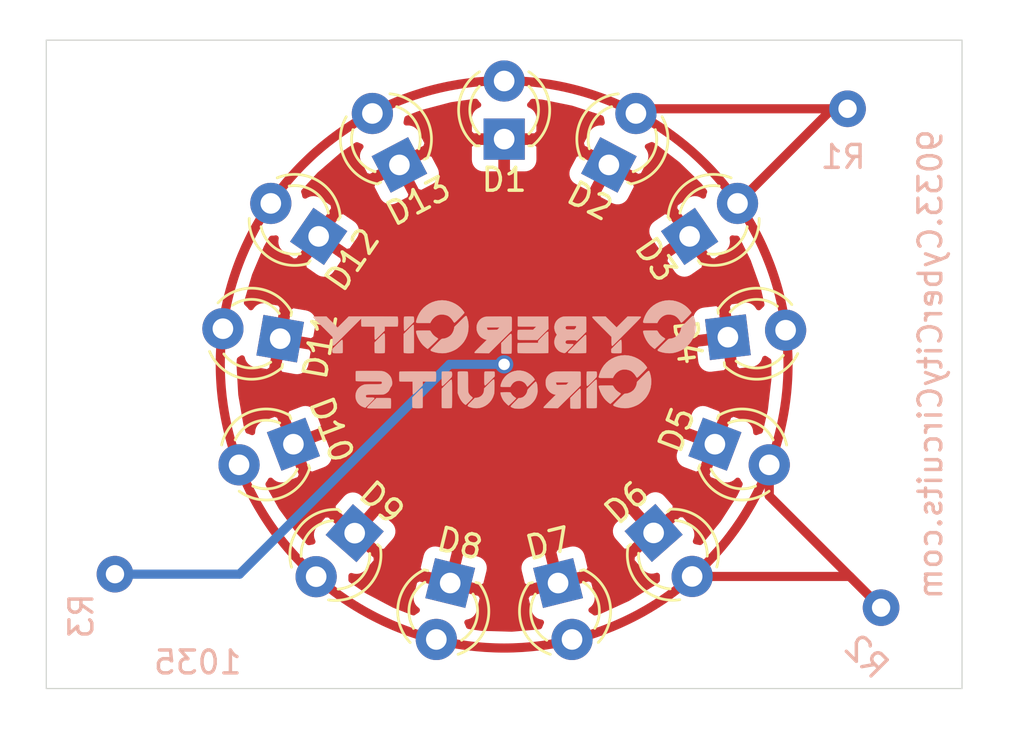
<source format=kicad_pcb>
(kicad_pcb (version 20171130) (host pcbnew "(5.1.5)-3")

  (general
    (thickness 1.6)
    (drawings 7)
    (tracks 14)
    (zones 0)
    (modules 17)
    (nets 3)
  )

  (page A4)
  (layers
    (0 F.Cu signal)
    (31 B.Cu signal)
    (32 B.Adhes user)
    (33 F.Adhes user)
    (34 B.Paste user)
    (35 F.Paste user)
    (36 B.SilkS user)
    (37 F.SilkS user)
    (38 B.Mask user)
    (39 F.Mask user)
    (40 Dwgs.User user)
    (41 Cmts.User user)
    (42 Eco1.User user)
    (43 Eco2.User user)
    (44 Edge.Cuts user)
    (45 Margin user)
    (46 B.CrtYd user)
    (47 F.CrtYd user)
    (48 B.Fab user)
    (49 F.Fab user)
  )

  (setup
    (last_trace_width 0.4)
    (trace_clearance 0.2)
    (zone_clearance 0.508)
    (zone_45_only no)
    (trace_min 0.2)
    (via_size 0.8)
    (via_drill 0.5)
    (via_min_size 0.4)
    (via_min_drill 0.3)
    (uvia_size 0.3)
    (uvia_drill 0.1)
    (uvias_allowed no)
    (uvia_min_size 0.2)
    (uvia_min_drill 0.1)
    (edge_width 0.05)
    (segment_width 0.2)
    (pcb_text_width 0.3)
    (pcb_text_size 1.5 1.5)
    (mod_edge_width 0.12)
    (mod_text_size 1 1)
    (mod_text_width 0.15)
    (pad_size 1.524 1.524)
    (pad_drill 0.762)
    (pad_to_mask_clearance 0.051)
    (solder_mask_min_width 0.25)
    (aux_axis_origin 0 0)
    (visible_elements 7FFFFFFF)
    (pcbplotparams
      (layerselection 0x010fc_ffffffff)
      (usegerberextensions false)
      (usegerberattributes false)
      (usegerberadvancedattributes false)
      (creategerberjobfile true)
      (excludeedgelayer true)
      (linewidth 0.100000)
      (plotframeref false)
      (viasonmask false)
      (mode 1)
      (useauxorigin false)
      (hpglpennumber 1)
      (hpglpenspeed 20)
      (hpglpendiameter 15.000000)
      (psnegative false)
      (psa4output false)
      (plotreference true)
      (plotvalue true)
      (plotinvisibletext false)
      (padsonsilk false)
      (subtractmaskfromsilk true)
      (outputformat 1)
      (mirror false)
      (drillshape 0)
      (scaleselection 1)
      (outputdirectory "Gerbers/Union/"))
  )

  (net 0 "")
  (net 1 "Net-(D1-Pad2)")
  (net 2 "LED_(-)")

  (net_class Default "This is the default net class."
    (clearance 0.2)
    (trace_width 0.4)
    (via_dia 0.8)
    (via_drill 0.5)
    (uvia_dia 0.3)
    (uvia_drill 0.1)
    (add_net "LED_(-)")
    (add_net "Net-(D1-Pad2)")
  )

  (module "CCC-Schematic-Footprints:Schematic - Resistor 10.00mm" (layer B.Cu) (tedit 5EC34CA9) (tstamp 5EBFB316)
    (at 120 88.82895)
    (path /5EC0C84B)
    (fp_text reference R1 (at -5.192 2.10305 180) (layer B.SilkS)
      (effects (font (size 1 1) (thickness 0.15)) (justify mirror))
    )
    (fp_text value R (at 0 -2.37 180) (layer B.Fab)
      (effects (font (size 1 1) (thickness 0.15)) (justify mirror))
    )
    (pad 1 thru_hole circle (at -5 0) (size 1.6 1.6) (drill 0.8) (layers *.Cu *.Mask)
      (net 1 "Net-(D1-Pad2)"))
  )

  (module "CCC-Schematic-Footprints:Schematic - Resistor 10.00mm" (layer B.Cu) (tedit 5EC34C96) (tstamp 5EBFB320)
    (at 120 114.1711 315)
    (path /5EC0CA49)
    (fp_text reference R2 (at -3.939363 1.966393 315) (layer B.SilkS)
      (effects (font (size 1 1) (thickness 0.15)) (justify mirror))
    )
    (fp_text value R (at 0 -2.37 315) (layer B.Fab)
      (effects (font (size 1 1) (thickness 0.15)) (justify mirror))
    )
    (pad 1 thru_hole circle (at -5 0 315) (size 1.6 1.6) (drill 0.8) (layers *.Cu *.Mask)
      (net 1 "Net-(D1-Pad2)"))
  )

  (module "CCC-Schematic-Footprints:Schematic - Resistor 10.00mm" (layer B.Cu) (tedit 5EC34C75) (tstamp 5EC34CEE)
    (at 83 114.1711 270)
    (path /5EC0BEA0)
    (fp_text reference R3 (at -3.1731 1.466 270) (layer B.SilkS)
      (effects (font (size 1 1) (thickness 0.15)) (justify mirror))
    )
    (fp_text value R (at 0 -2.37 270) (layer B.Fab)
      (effects (font (size 1 1) (thickness 0.15)) (justify mirror))
    )
    (pad 1 thru_hole circle (at -5 0 270) (size 1.6 1.6) (drill 0.8) (layers *.Cu *.Mask)
      (net 2 "LED_(-)"))
  )

  (module "CCC_Drawings:Logo - Cyber City Circuits - Two Line 17.5mm" (layer B.Cu) (tedit 0) (tstamp 5EBFBEE4)
    (at 100 99.568 180)
    (fp_text reference G*** (at 0 0) (layer B.SilkS) hide
      (effects (font (size 1.524 1.524) (thickness 0.3)) (justify mirror))
    )
    (fp_text value LOGO (at 0.75 0) (layer B.SilkS) hide
      (effects (font (size 1.524 1.524) (thickness 0.3)) (justify mirror))
    )
    (fp_poly (pts (xy 2.859027 2.359134) (xy 3.003842 2.330049) (xy 3.144263 2.282959) (xy 3.277905 2.218858)
      (xy 3.402384 2.138741) (xy 3.515313 2.0436) (xy 3.614307 1.93443) (xy 3.627782 1.916938)
      (xy 3.703271 1.802981) (xy 3.767195 1.678489) (xy 3.816519 1.549986) (xy 3.841724 1.456667)
      (xy 3.846638 1.434082) (xy 3.849047 1.416147) (xy 3.84688 1.402326) (xy 3.838064 1.392085)
      (xy 3.820527 1.384888) (xy 3.792199 1.3802) (xy 3.751006 1.377486) (xy 3.694877 1.37621)
      (xy 3.62174 1.375838) (xy 3.529524 1.375833) (xy 3.22907 1.375833) (xy 3.18934 1.45144)
      (xy 3.13579 1.533829) (xy 3.068162 1.606793) (xy 2.9903 1.667249) (xy 2.90605 1.712109)
      (xy 2.836333 1.734764) (xy 2.747891 1.746284) (xy 2.653432 1.743207) (xy 2.56012 1.726457)
      (xy 2.475116 1.696957) (xy 2.450973 1.685048) (xy 2.398052 1.649531) (xy 2.342645 1.60033)
      (xy 2.290427 1.543293) (xy 2.247072 1.484265) (xy 2.232899 1.460339) (xy 2.210901 1.424236)
      (xy 2.19065 1.398663) (xy 2.176016 1.388142) (xy 2.164094 1.392393) (xy 2.142025 1.408416)
      (xy 2.108942 1.436988) (xy 2.063977 1.478889) (xy 2.006265 1.534896) (xy 1.946011 1.594701)
      (xy 1.891417 1.649868) (xy 1.842094 1.700807) (xy 1.799955 1.745454) (xy 1.766916 1.78174)
      (xy 1.744893 1.807601) (xy 1.735799 1.820969) (xy 1.735666 1.821695) (xy 1.742504 1.839972)
      (xy 1.76112 1.86988) (xy 1.788671 1.907747) (xy 1.822309 1.949903) (xy 1.859191 1.992675)
      (xy 1.896472 2.032392) (xy 1.907221 2.043077) (xy 2.016673 2.135735) (xy 2.140481 2.215323)
      (xy 2.275166 2.280171) (xy 2.417247 2.328609) (xy 2.563245 2.358964) (xy 2.565763 2.359317)
      (xy 2.712206 2.369221) (xy 2.859027 2.359134)) (layer B.SilkS) (width 0.01))
    (fp_poly (pts (xy -7.057556 2.359134) (xy -6.912742 2.330049) (xy -6.772321 2.282959) (xy -6.638678 2.218858)
      (xy -6.514199 2.138741) (xy -6.40127 2.0436) (xy -6.302276 1.93443) (xy -6.288801 1.916938)
      (xy -6.213312 1.802981) (xy -6.149389 1.678489) (xy -6.100064 1.549986) (xy -6.074859 1.456667)
      (xy -6.069946 1.434082) (xy -6.067536 1.416147) (xy -6.069704 1.402326) (xy -6.07852 1.392085)
      (xy -6.096056 1.384888) (xy -6.124384 1.3802) (xy -6.165577 1.377486) (xy -6.221706 1.37621)
      (xy -6.294843 1.375838) (xy -6.38706 1.375833) (xy -6.687513 1.375833) (xy -6.727243 1.45144)
      (xy -6.780793 1.533829) (xy -6.848421 1.606793) (xy -6.926283 1.667249) (xy -7.010534 1.712109)
      (xy -7.08025 1.734764) (xy -7.168693 1.746284) (xy -7.263151 1.743207) (xy -7.356463 1.726457)
      (xy -7.441467 1.696957) (xy -7.46561 1.685048) (xy -7.518531 1.649531) (xy -7.573938 1.60033)
      (xy -7.626156 1.543293) (xy -7.669511 1.484265) (xy -7.683684 1.460339) (xy -7.705683 1.424236)
      (xy -7.725934 1.398663) (xy -7.740568 1.388142) (xy -7.752489 1.392393) (xy -7.774558 1.408416)
      (xy -7.807641 1.436988) (xy -7.852606 1.478889) (xy -7.910319 1.534896) (xy -7.970572 1.594701)
      (xy -8.025166 1.649868) (xy -8.07449 1.700807) (xy -8.116628 1.745454) (xy -8.149667 1.78174)
      (xy -8.171691 1.807601) (xy -8.180784 1.820969) (xy -8.180917 1.821695) (xy -8.174079 1.839972)
      (xy -8.155463 1.86988) (xy -8.127913 1.907747) (xy -8.094274 1.949903) (xy -8.057392 1.992675)
      (xy -8.020112 2.032392) (xy -8.009363 2.043077) (xy -7.899911 2.135735) (xy -7.776102 2.215323)
      (xy -7.641418 2.280171) (xy -7.499336 2.328609) (xy -7.353338 2.358964) (xy -7.35082 2.359317)
      (xy -7.204377 2.369221) (xy -7.057556 2.359134)) (layer B.SilkS) (width 0.01))
    (fp_poly (pts (xy 4.21292 1.661949) (xy 4.267676 1.660154) (xy 4.314557 1.657271) (xy 4.349446 1.653319)
      (xy 4.368223 1.648315) (xy 4.369787 1.647069) (xy 4.373653 1.634476) (xy 4.376532 1.606445)
      (xy 4.378458 1.561802) (xy 4.379466 1.499368) (xy 4.379591 1.417968) (xy 4.379021 1.332214)
      (xy 4.37815 1.244698) (xy 4.377247 1.176035) (xy 4.376127 1.123909) (xy 4.374609 1.086008)
      (xy 4.372509 1.060017) (xy 4.369645 1.043623) (xy 4.365833 1.034512) (xy 4.36089 1.030369)
      (xy 4.355041 1.028936) (xy 4.343024 1.032967) (xy 4.321901 1.047876) (xy 4.290591 1.074626)
      (xy 4.248014 1.114181) (xy 4.193091 1.167505) (xy 4.135437 1.224829) (xy 3.937 1.423662)
      (xy 3.937 1.529923) (xy 3.938366 1.587533) (xy 3.942355 1.627349) (xy 3.948804 1.647833)
      (xy 3.9497 1.648884) (xy 3.9652 1.653987) (xy 3.99754 1.657897) (xy 4.042601 1.66063)
      (xy 4.096264 1.662205) (xy 4.15441 1.662638) (xy 4.21292 1.661949)) (layer B.SilkS) (width 0.01))
    (fp_poly (pts (xy -0.59508 1.451282) (xy -0.594468 1.369225) (xy -0.595261 1.307195) (xy -0.597503 1.264099)
      (xy -0.60124 1.238841) (xy -0.604313 1.231678) (xy -0.610928 1.227786) (xy -0.62492 1.224621)
      (xy -0.648163 1.222114) (xy -0.682528 1.220199) (xy -0.729889 1.218807) (xy -0.792118 1.217872)
      (xy -0.871088 1.217325) (xy -0.96867 1.217099) (xy -1.009053 1.217083) (xy -1.401681 1.217083)
      (xy -1.3335 1.148292) (xy -1.26532 1.0795) (xy -0.934658 1.0795) (xy -0.842211 1.079446)
      (xy -0.768675 1.079193) (xy -0.711793 1.078606) (xy -0.669307 1.07755) (xy -0.638962 1.07589)
      (xy -0.618502 1.07349) (xy -0.605669 1.070216) (xy -0.598208 1.065931) (xy -0.593861 1.060501)
      (xy -0.59304 1.059029) (xy -0.58917 1.041249) (xy -0.585974 1.005612) (xy -0.583629 0.955423)
      (xy -0.582309 0.893987) (xy -0.582084 0.85341) (xy -0.582369 0.784337) (xy -0.583392 0.733401)
      (xy -0.585402 0.69758) (xy -0.588647 0.67385) (xy -0.593377 0.659187) (xy -0.598715 0.651631)
      (xy -0.605023 0.647404) (xy -0.615981 0.643947) (xy -0.633551 0.641184) (xy -0.659695 0.639042)
      (xy -0.696372 0.637445) (xy -0.745546 0.636318) (xy -0.809176 0.635587) (xy -0.889225 0.635177)
      (xy -0.987654 0.635013) (xy -1.035021 0.635) (xy -1.454697 0.635) (xy -1.69591 0.876213)
      (xy -1.937123 1.117427) (xy -1.934291 1.386859) (xy -1.931459 1.656292) (xy -0.597959 1.656292)
      (xy -0.59508 1.451282)) (layer B.SilkS) (width 0.01))
    (fp_poly (pts (xy 8.048744 1.659115) (xy 8.133922 1.658202) (xy 8.200311 1.657223) (xy 8.250285 1.655991)
      (xy 8.286222 1.654318) (xy 8.310498 1.652015) (xy 8.325489 1.648896) (xy 8.333572 1.644772)
      (xy 8.337123 1.639456) (xy 8.33795 1.636244) (xy 8.334339 1.627107) (xy 8.321114 1.609163)
      (xy 8.297559 1.581654) (xy 8.26296 1.543826) (xy 8.216603 1.494923) (xy 8.157774 1.434191)
      (xy 8.085758 1.360873) (xy 7.99984 1.274214) (xy 7.917589 1.191744) (xy 7.493372 0.767292)
      (xy 7.487708 0.386292) (xy 7.46125 0.383345) (xy 7.454483 0.384653) (xy 7.44403 0.390347)
      (xy 7.42894 0.401334) (xy 7.408265 0.418517) (xy 7.381054 0.442801) (xy 7.346358 0.475093)
      (xy 7.303228 0.516295) (xy 7.250714 0.567315) (xy 7.187868 0.629055) (xy 7.113738 0.702423)
      (xy 7.027377 0.788321) (xy 6.927834 0.887657) (xy 6.839479 0.975999) (xy 6.244166 1.571602)
      (xy 6.244166 1.414813) (xy 6.243442 1.356382) (xy 6.241441 1.305248) (xy 6.238419 1.26556)
      (xy 6.234633 1.241468) (xy 6.23321 1.237554) (xy 6.228927 1.231391) (xy 6.22183 1.226605)
      (xy 6.209453 1.223023) (xy 6.189332 1.22047) (xy 6.158999 1.218775) (xy 6.115991 1.217763)
      (xy 6.057842 1.21726) (xy 5.982086 1.217095) (xy 5.942169 1.217083) (xy 5.662083 1.217083)
      (xy 5.662083 0.947964) (xy 5.661925 0.863777) (xy 5.661356 0.798276) (xy 5.660232 0.748982)
      (xy 5.658408 0.713417) (xy 5.655741 0.689101) (xy 5.652085 0.673556) (xy 5.647298 0.664303)
      (xy 5.645473 0.662235) (xy 5.624999 0.651515) (xy 5.611077 0.6554) (xy 5.598958 0.665377)
      (xy 5.574233 0.688291) (xy 5.539133 0.721984) (xy 5.495889 0.764296) (xy 5.446729 0.813067)
      (xy 5.405437 0.854484) (xy 5.217583 1.043793) (xy 5.217583 1.217083) (xy 4.939241 1.217083)
      (xy 4.846741 1.217393) (xy 4.773862 1.218366) (xy 4.719067 1.22007) (xy 4.680817 1.222571)
      (xy 4.657576 1.225937) (xy 4.648199 1.229784) (xy 4.643132 1.245239) (xy 4.639241 1.277537)
      (xy 4.636512 1.322559) (xy 4.634929 1.376189) (xy 4.634474 1.434308) (xy 4.635133 1.492799)
      (xy 4.636889 1.547545) (xy 4.639726 1.594427) (xy 4.643628 1.629329) (xy 4.64858 1.648132)
      (xy 4.649836 1.649723) (xy 4.658976 1.651834) (xy 4.681512 1.653713) (xy 4.718175 1.655367)
      (xy 4.769696 1.656804) (xy 4.836808 1.658032) (xy 4.920243 1.65906) (xy 5.020732 1.659895)
      (xy 5.139008 1.660546) (xy 5.275803 1.661019) (xy 5.431847 1.661324) (xy 5.607874 1.661469)
      (xy 5.726897 1.661481) (xy 6.789623 1.661341) (xy 7.032748 1.418044) (xy 7.275872 1.174747)
      (xy 7.519634 1.418342) (xy 7.763395 1.661938) (xy 8.048744 1.659115)) (layer B.SilkS) (width 0.01))
    (fp_poly (pts (xy -5.152139 1.421291) (xy -4.910667 1.180651) (xy -4.669369 1.421117) (xy -4.428071 1.661584)
      (xy -4.145867 1.661584) (xy -4.061322 1.661535) (xy -3.995475 1.661264) (xy -3.945857 1.660583)
      (xy -3.909999 1.659303) (xy -3.885431 1.657235) (xy -3.869684 1.654191) (xy -3.86029 1.649983)
      (xy -3.85478 1.644423) (xy -3.851648 1.639135) (xy -3.849994 1.633419) (xy -3.851319 1.625848)
      (xy -3.856722 1.615226) (xy -3.867305 1.600358) (xy -3.884169 1.58005) (xy -3.908416 1.553108)
      (xy -3.941146 1.518337) (xy -3.983461 1.474542) (xy -4.036463 1.420529) (xy -4.101252 1.355104)
      (xy -4.178929 1.277072) (xy -4.264025 1.191816) (xy -4.688417 0.766945) (xy -4.688417 0.585312)
      (xy -4.688712 0.516924) (xy -4.689768 0.466643) (xy -4.691841 0.431415) (xy -4.695187 0.408186)
      (xy -4.700062 0.393902) (xy -4.705048 0.387048) (xy -4.721103 0.373776) (xy -4.728651 0.370417)
      (xy -4.737029 0.377723) (xy -4.759248 0.398909) (xy -4.794194 0.432873) (xy -4.840753 0.478515)
      (xy -4.897812 0.534734) (xy -4.964256 0.60043) (xy -5.038972 0.674503) (xy -5.120846 0.755851)
      (xy -5.208764 0.843375) (xy -5.301613 0.935973) (xy -5.357902 0.992188) (xy -5.477242 1.111593)
      (xy -5.582082 1.216852) (xy -5.673051 1.308618) (xy -5.750781 1.387546) (xy -5.815901 1.454291)
      (xy -5.869041 1.509507) (xy -5.910833 1.553847) (xy -5.941907 1.587968) (xy -5.962893 1.612523)
      (xy -5.974421 1.628166) (xy -5.977237 1.635125) (xy -5.975623 1.641393) (xy -5.971159 1.646317)
      (xy -5.961493 1.650089) (xy -5.94427 1.652903) (xy -5.917135 1.654949) (xy -5.877735 1.656421)
      (xy -5.823716 1.657512) (xy -5.752723 1.658414) (xy -5.683952 1.659111) (xy -5.393612 1.661931)
      (xy -5.152139 1.421291)) (layer B.SilkS) (width 0.01))
    (fp_poly (pts (xy 3.475105 1.046006) (xy 3.54956 1.04543) (xy 3.635938 1.044391) (xy 3.703504 1.043184)
      (xy 3.754617 1.041652) (xy 3.791631 1.039637) (xy 3.816903 1.036982) (xy 3.832789 1.033529)
      (xy 3.841646 1.02912) (xy 3.844745 1.025673) (xy 3.848079 1.009169) (xy 3.844492 0.979112)
      (xy 3.8336 0.932959) (xy 3.827063 0.909256) (xy 3.776419 0.765936) (xy 3.708446 0.629279)
      (xy 3.625478 0.503541) (xy 3.562568 0.427416) (xy 3.533377 0.397553) (xy 3.497065 0.363806)
      (xy 3.457344 0.329223) (xy 3.41793 0.296848) (xy 3.382537 0.269728) (xy 3.35488 0.25091)
      (xy 3.338672 0.243438) (xy 3.338195 0.243417) (xy 3.32826 0.250444) (xy 3.30507 0.270307)
      (xy 3.270635 0.301176) (xy 3.226961 0.341224) (xy 3.17606 0.388621) (xy 3.119939 0.441538)
      (xy 3.106092 0.45469) (xy 3.047197 0.511333) (xy 2.994671 0.563073) (xy 2.950304 0.608057)
      (xy 2.915886 0.644432) (xy 2.893209 0.670344) (xy 2.884061 0.68394) (xy 2.883958 0.684634)
      (xy 2.893833 0.701169) (xy 2.922615 0.723076) (xy 2.952478 0.74059) (xy 3.019712 0.785175)
      (xy 3.084868 0.842764) (xy 3.141769 0.907196) (xy 3.183529 0.97097) (xy 3.209307 1.01342)
      (xy 3.23181 1.037766) (xy 3.241738 1.042731) (xy 3.258231 1.044134) (xy 3.292851 1.045189)
      (xy 3.342561 1.04587) (xy 3.404325 1.046152) (xy 3.475105 1.046006)) (layer B.SilkS) (width 0.01))
    (fp_poly (pts (xy -6.441478 1.046006) (xy -6.367023 1.04543) (xy -6.280646 1.044391) (xy -6.213079 1.043184)
      (xy -6.161967 1.041652) (xy -6.124953 1.039637) (xy -6.09968 1.036982) (xy -6.083794 1.033529)
      (xy -6.074937 1.02912) (xy -6.071838 1.025673) (xy -6.068504 1.009169) (xy -6.072091 0.979112)
      (xy -6.082984 0.932959) (xy -6.08952 0.909256) (xy -6.140164 0.765936) (xy -6.208137 0.629279)
      (xy -6.291105 0.503541) (xy -6.354015 0.427416) (xy -6.383206 0.397553) (xy -6.419519 0.363806)
      (xy -6.459239 0.329223) (xy -6.498653 0.296848) (xy -6.534046 0.269728) (xy -6.561704 0.25091)
      (xy -6.577911 0.243438) (xy -6.578389 0.243417) (xy -6.588323 0.250444) (xy -6.611513 0.270307)
      (xy -6.645949 0.301176) (xy -6.689622 0.341224) (xy -6.740523 0.388621) (xy -6.796644 0.441538)
      (xy -6.810492 0.45469) (xy -6.869386 0.511333) (xy -6.921912 0.563073) (xy -6.966279 0.608057)
      (xy -7.000697 0.644432) (xy -7.023375 0.670344) (xy -7.032522 0.68394) (xy -7.032625 0.684634)
      (xy -7.02275 0.701169) (xy -6.993969 0.723076) (xy -6.964105 0.74059) (xy -6.896872 0.785175)
      (xy -6.831716 0.842764) (xy -6.774815 0.907196) (xy -6.733054 0.97097) (xy -6.707277 1.01342)
      (xy -6.684773 1.037766) (xy -6.674846 1.042731) (xy -6.658353 1.044134) (xy -6.623733 1.045189)
      (xy -6.574022 1.04587) (xy -6.512259 1.046152) (xy -6.441478 1.046006)) (layer B.SilkS) (width 0.01))
    (fp_poly (pts (xy -2.963615 1.661529) (xy -2.867758 1.661314) (xy -2.788946 1.660863) (xy -2.725117 1.660102)
      (xy -2.674211 1.658955) (xy -2.634166 1.657347) (xy -2.602922 1.655201) (xy -2.578417 1.652443)
      (xy -2.55859 1.648997) (xy -2.541381 1.644789) (xy -2.53038 1.641533) (xy -2.439878 1.602549)
      (xy -2.358594 1.545864) (xy -2.289774 1.474086) (xy -2.251469 1.417499) (xy -2.214283 1.333035)
      (xy -2.194552 1.241445) (xy -2.192132 1.147038) (xy -2.20688 1.054121) (xy -2.238653 0.967004)
      (xy -2.268153 0.915843) (xy -2.303783 0.863311) (xy -2.2644 0.802378) (xy -2.222888 0.719908)
      (xy -2.197956 0.629358) (xy -2.189952 0.53539) (xy -2.199224 0.442669) (xy -2.226119 0.355859)
      (xy -2.23042 0.346331) (xy -2.266033 0.284865) (xy -2.313189 0.224206) (xy -2.3662 0.170804)
      (xy -2.419378 0.131106) (xy -2.421169 0.130047) (xy -2.468636 0.106641) (xy -2.523745 0.086131)
      (xy -2.578523 0.071013) (xy -2.624997 0.063784) (xy -2.633664 0.0635) (xy -2.646856 0.064401)
      (xy -2.660133 0.068286) (xy -2.675654 0.076932) (xy -2.695579 0.092115) (xy -2.722067 0.11561)
      (xy -2.757278 0.149193) (xy -2.803371 0.194641) (xy -2.8512 0.242406) (xy -2.913449 0.305436)
      (xy -2.960936 0.355158) (xy -2.994518 0.392549) (xy -3.015053 0.418585) (xy -3.0234 0.434241)
      (xy -3.023394 0.438198) (xy -3.017639 0.44535) (xy -3.004575 0.450201) (xy -2.980786 0.453165)
      (xy -2.942856 0.454655) (xy -2.887372 0.455083) (xy -2.883765 0.455083) (xy -2.811465 0.456469)
      (xy -2.75769 0.461366) (xy -2.719934 0.470883) (xy -2.695693 0.486131) (xy -2.68246 0.508217)
      (xy -2.677732 0.538253) (xy -2.677584 0.546388) (xy -2.684883 0.571764) (xy -2.702551 0.59741)
      (xy -2.703561 0.59844) (xy -2.713028 0.60737) (xy -2.723093 0.613977) (xy -2.736882 0.618608)
      (xy -2.75752 0.621616) (xy -2.788133 0.623351) (xy -2.831847 0.624163) (xy -2.891788 0.624402)
      (xy -2.935262 0.624417) (xy -3.007698 0.624192) (xy -3.06165 0.623385) (xy -3.099795 0.621795)
      (xy -3.124813 0.619221) (xy -3.139381 0.615461) (xy -3.146179 0.610317) (xy -3.147078 0.608542)
      (xy -3.161553 0.594975) (xy -3.172388 0.592667) (xy -3.184994 0.599976) (xy -3.210317 0.620688)
      (xy -3.246368 0.652981) (xy -3.29116 0.695036) (xy -3.342705 0.745029) (xy -3.389679 0.791738)
      (xy -3.58775 0.990809) (xy -3.58775 1.248833) (xy -3.14325 1.248833) (xy -3.14325 1.209592)
      (xy -3.13936 1.180294) (xy -3.12499 1.1539) (xy -3.104061 1.130217) (xy -3.064871 1.090083)
      (xy -2.895722 1.090083) (xy -2.831928 1.090251) (xy -2.785771 1.091034) (xy -2.753724 1.092852)
      (xy -2.732259 1.096123) (xy -2.717848 1.101267) (xy -2.706964 1.108703) (xy -2.702078 1.113095)
      (xy -2.681728 1.145217) (xy -2.679281 1.182212) (xy -2.694825 1.217524) (xy -2.700595 1.224339)
      (xy -2.709125 1.232695) (xy -2.718822 1.238896) (xy -2.73274 1.243263) (xy -2.753935 1.246118)
      (xy -2.78546 1.24778) (xy -2.830368 1.248573) (xy -2.891715 1.248817) (xy -2.933429 1.248833)
      (xy -3.14325 1.248833) (xy -3.58775 1.248833) (xy -3.58775 1.313496) (xy -3.587499 1.412984)
      (xy -3.586707 1.492812) (xy -3.585317 1.554482) (xy -3.583272 1.599494) (xy -3.580516 1.629352)
      (xy -3.576992 1.645555) (xy -3.57505 1.648884) (xy -3.566211 1.652085) (xy -3.545764 1.654757)
      (xy -3.512381 1.656934) (xy -3.464737 1.658649) (xy -3.401504 1.659937) (xy -3.321355 1.660832)
      (xy -3.222964 1.661368) (xy -3.105004 1.661578) (xy -3.078577 1.661584) (xy -2.963615 1.661529)) (layer B.SilkS) (width 0.01))
    (fp_poly (pts (xy 7.090248 0.637236) (xy 7.105971 0.626866) (xy 7.128464 0.608227) (xy 7.159434 0.57984)
      (xy 7.200587 0.540231) (xy 7.253632 0.487921) (xy 7.297179 0.444529) (xy 7.503583 0.238329)
      (xy 7.503583 0.162254) (xy 7.503409 0.126597) (xy 7.501151 0.099675) (xy 7.494203 0.080263)
      (xy 7.479959 0.067133) (xy 7.455813 0.05906) (xy 7.41916 0.054816) (xy 7.367394 0.053175)
      (xy 7.297908 0.052911) (xy 7.271289 0.052917) (xy 7.197748 0.053249) (xy 7.142829 0.054363)
      (xy 7.103997 0.056432) (xy 7.078716 0.059632) (xy 7.064451 0.064136) (xy 7.060197 0.067449)
      (xy 7.056142 0.080521) (xy 7.053185 0.109397) (xy 7.051288 0.155258) (xy 7.050414 0.219283)
      (xy 7.050524 0.302654) (xy 7.050964 0.354698) (xy 7.051944 0.438366) (xy 7.053064 0.503346)
      (xy 7.054509 0.552116) (xy 7.056465 0.587156) (xy 7.059117 0.610943) (xy 7.062652 0.625956)
      (xy 7.067255 0.634674) (xy 7.072283 0.639072) (xy 7.079588 0.640812) (xy 7.090248 0.637236)) (layer B.SilkS) (width 0.01))
    (fp_poly (pts (xy 5.263398 0.913538) (xy 5.28672 0.893212) (xy 5.320714 0.86174) (xy 5.363291 0.82109)
      (xy 5.412362 0.773228) (xy 5.46375 0.722211) (xy 5.662083 0.523672) (xy 5.662083 0.300994)
      (xy 5.661652 0.217827) (xy 5.660303 0.154289) (xy 5.657956 0.108861) (xy 5.654527 0.080021)
      (xy 5.649935 0.06625) (xy 5.649383 0.065617) (xy 5.63627 0.060596) (xy 5.607395 0.056907)
      (xy 5.561309 0.054463) (xy 5.496559 0.053176) (xy 5.438472 0.052917) (xy 5.366892 0.053172)
      (xy 5.313558 0.054087) (xy 5.275552 0.055889) (xy 5.249957 0.058803) (xy 5.233857 0.063054)
      (xy 5.224335 0.068869) (xy 5.22363 0.069548) (xy 5.219312 0.075986) (xy 5.215798 0.087144)
      (xy 5.213008 0.105033) (xy 5.210863 0.131662) (xy 5.209282 0.16904) (xy 5.208186 0.219177)
      (xy 5.207494 0.284083) (xy 5.207126 0.365768) (xy 5.207002 0.466242) (xy 5.207 0.486834)
      (xy 5.207087 0.590965) (xy 5.207405 0.67594) (xy 5.208032 0.743769) (xy 5.209048 0.79646)
      (xy 5.210534 0.836024) (xy 5.212569 0.864471) (xy 5.215235 0.88381) (xy 5.21861 0.89605)
      (xy 5.222776 0.903202) (xy 5.22363 0.904119) (xy 5.242264 0.91756) (xy 5.252839 0.92075)
      (xy 5.263398 0.913538)) (layer B.SilkS) (width 0.01))
    (fp_poly (pts (xy 3.978769 1.293735) (xy 3.99419 1.283654) (xy 4.016245 1.265396) (xy 4.046645 1.237477)
      (xy 4.0871 1.19841) (xy 4.139323 1.14671) (xy 4.185879 1.100121) (xy 4.392083 0.893201)
      (xy 4.392083 0.48969) (xy 4.391996 0.385162) (xy 4.391682 0.299798) (xy 4.391061 0.231596)
      (xy 4.390055 0.178553) (xy 4.388584 0.138667) (xy 4.386569 0.109937) (xy 4.383931 0.090359)
      (xy 4.38059 0.077932) (xy 4.376468 0.070653) (xy 4.375452 0.069548) (xy 4.35894 0.063399)
      (xy 4.325664 0.058482) (xy 4.279744 0.054818) (xy 4.225299 0.052429) (xy 4.166449 0.051335)
      (xy 4.107312 0.051558) (xy 4.052008 0.05312) (xy 4.004655 0.056042) (xy 3.969374 0.060344)
      (xy 3.950283 0.06605) (xy 3.948791 0.067336) (xy 3.946034 0.077476) (xy 3.943752 0.101318)
      (xy 3.941928 0.139835) (xy 3.940548 0.194001) (xy 3.939598 0.264788) (xy 3.939063 0.353169)
      (xy 3.938929 0.460116) (xy 3.939181 0.586604) (xy 3.939557 0.682664) (xy 3.940174 0.810931)
      (xy 3.940802 0.919675) (xy 3.941499 1.010539) (xy 3.942323 1.085166) (xy 3.943329 1.145201)
      (xy 3.944577 1.192286) (xy 3.946124 1.228065) (xy 3.948027 1.254182) (xy 3.950343 1.272279)
      (xy 3.95313 1.284001) (xy 3.956446 1.29099) (xy 3.960348 1.294889) (xy 3.960983 1.295307)
      (xy 3.96827 1.297124) (xy 3.978769 1.293735)) (layer B.SilkS) (width 0.01))
    (fp_poly (pts (xy 1.673555 1.683947) (xy 1.695392 1.672915) (xy 1.72444 1.650788) (xy 1.762341 1.61679)
      (xy 1.810734 1.570148) (xy 1.871261 1.510085) (xy 1.93056 1.450814) (xy 2.175564 1.205977)
      (xy 2.187351 1.131119) (xy 2.209755 1.044877) (xy 2.247951 0.959431) (xy 2.298171 0.882228)
      (xy 2.333855 0.841605) (xy 2.402829 0.785256) (xy 2.484171 0.739456) (xy 2.571817 0.706771)
      (xy 2.659701 0.689768) (xy 2.696998 0.687917) (xy 2.708546 0.687018) (xy 2.720734 0.683289)
      (xy 2.735377 0.675176) (xy 2.754289 0.661129) (xy 2.779286 0.639596) (xy 2.812181 0.609026)
      (xy 2.854789 0.567866) (xy 2.908924 0.514566) (xy 2.966189 0.457729) (xy 3.024087 0.399906)
      (xy 3.077324 0.346254) (xy 3.123977 0.29875) (xy 3.162122 0.259371) (xy 3.189835 0.230092)
      (xy 3.205193 0.212891) (xy 3.207472 0.209788) (xy 3.2132 0.186402) (xy 3.201299 0.165874)
      (xy 3.170283 0.146191) (xy 3.155721 0.139588) (xy 3.056862 0.10494) (xy 2.945031 0.07845)
      (xy 2.827156 0.061071) (xy 2.710169 0.053756) (xy 2.600997 0.057456) (xy 2.577041 0.06005)
      (xy 2.455542 0.082995) (xy 2.329663 0.120959) (xy 2.206811 0.171377) (xy 2.112434 0.220856)
      (xy 2.055239 0.259297) (xy 1.990917 0.31058) (xy 1.92435 0.370112) (xy 1.860416 0.433304)
      (xy 1.803998 0.495565) (xy 1.759975 0.552304) (xy 1.759803 0.552553) (xy 1.682433 0.679031)
      (xy 1.624364 0.807183) (xy 1.584583 0.940319) (xy 1.562075 1.081747) (xy 1.55575 1.218699)
      (xy 1.558821 1.32061) (xy 1.569008 1.412604) (xy 1.587771 1.504055) (xy 1.61513 1.599791)
      (xy 1.625516 1.632615) (xy 1.634911 1.658217) (xy 1.644955 1.675823) (xy 1.65729 1.684658)
      (xy 1.673555 1.683947)) (layer B.SilkS) (width 0.01))
    (fp_poly (pts (xy -0.005338 1.660596) (xy 0.089883 1.660181) (xy 0.203778 1.659555) (xy 0.257087 1.659245)
      (xy 0.379496 1.658509) (xy 0.482653 1.657793) (xy 0.56847 1.657015) (xy 0.638862 1.65609)
      (xy 0.695743 1.654937) (xy 0.741025 1.653471) (xy 0.776623 1.651611) (xy 0.80445 1.649274)
      (xy 0.82642 1.646375) (xy 0.844447 1.642833) (xy 0.860445 1.638564) (xy 0.876326 1.633485)
      (xy 0.880051 1.632232) (xy 0.968948 1.591606) (xy 1.045659 1.535175) (xy 1.10891 1.465271)
      (xy 1.157425 1.384225) (xy 1.189931 1.294369) (xy 1.205152 1.198035) (xy 1.201814 1.097556)
      (xy 1.19489 1.056209) (xy 1.171761 0.979816) (xy 1.135544 0.90255) (xy 1.090478 0.832412)
      (xy 1.053493 0.78937) (xy 1.00756 0.750206) (xy 0.95182 0.712842) (xy 0.892814 0.680929)
      (xy 0.837085 0.658119) (xy 0.80261 0.649372) (xy 0.776828 0.644365) (xy 0.762834 0.639926)
      (xy 0.762 0.639013) (xy 0.76926 0.630955) (xy 0.789924 0.609728) (xy 0.82231 0.577015)
      (xy 0.86474 0.534499) (xy 0.915534 0.483864) (xy 0.973013 0.426791) (xy 1.03452 0.365929)
      (xy 1.106543 0.294607) (xy 1.164694 0.236537) (xy 1.210305 0.190247) (xy 1.244709 0.154262)
      (xy 1.269237 0.12711) (xy 1.285223 0.107317) (xy 1.293998 0.093409) (xy 1.296894 0.083912)
      (xy 1.29531 0.077459) (xy 1.290612 0.071897) (xy 1.282509 0.067475) (xy 1.268672 0.064033)
      (xy 1.246776 0.061413) (xy 1.214494 0.059455) (xy 1.1695 0.058) (xy 1.109468 0.056889)
      (xy 1.032072 0.055963) (xy 0.972915 0.055399) (xy 0.662252 0.05259) (xy 0.164438 0.550058)
      (xy -0.333375 1.047525) (xy -0.334886 1.185333) (xy 0.196587 1.185333) (xy 0.248475 1.132653)
      (xy 0.300364 1.079972) (xy 0.486203 1.07683) (xy 0.54768 1.075683) (xy 0.602429 1.07446)
      (xy 0.646673 1.07326) (xy 0.676637 1.072185) (xy 0.687916 1.071464) (xy 0.709715 1.074193)
      (xy 0.715436 1.077016) (xy 0.734374 1.099311) (xy 0.747779 1.132304) (xy 0.751416 1.158179)
      (xy 0.751416 1.185333) (xy 0.196587 1.185333) (xy -0.334886 1.185333) (xy -0.336505 1.332904)
      (xy -0.337383 1.418079) (xy -0.337824 1.484629) (xy -0.337669 1.535095) (xy -0.336764 1.572019)
      (xy -0.33495 1.597941) (xy -0.332071 1.615402) (xy -0.327971 1.626942) (xy -0.322493 1.635102)
      (xy -0.317542 1.640375) (xy -0.312292 1.645258) (xy -0.305963 1.649351) (xy -0.296796 1.652712)
      (xy -0.28303 1.655398) (xy -0.262906 1.657469) (xy -0.234666 1.65898) (xy -0.196548 1.659991)
      (xy -0.146794 1.660559) (xy -0.083644 1.660741) (xy -0.005338 1.660596)) (layer B.SilkS) (width 0.01))
    (fp_poly (pts (xy -1.894582 0.991304) (xy -1.880456 0.984241) (xy -1.860857 0.969875) (xy -1.834018 0.946664)
      (xy -1.798173 0.913065) (xy -1.751555 0.867535) (xy -1.692397 0.808531) (xy -1.680105 0.796183)
      (xy -1.620551 0.736214) (xy -1.574286 0.689154) (xy -1.539633 0.652944) (xy -1.514914 0.625524)
      (xy -1.498454 0.604834) (xy -1.488577 0.588813) (xy -1.483605 0.575402) (xy -1.481863 0.562541)
      (xy -1.481667 0.552346) (xy -1.481667 0.508) (xy -1.044576 0.508) (xy -0.928648 0.507832)
      (xy -0.832508 0.507301) (xy -0.754781 0.506369) (xy -0.694091 0.504997) (xy -0.649062 0.503145)
      (xy -0.618318 0.500776) (xy -0.600483 0.49785) (xy -0.594784 0.4953) (xy -0.589763 0.482187)
      (xy -0.586074 0.453312) (xy -0.58363 0.407226) (xy -0.582343 0.342477) (xy -0.582084 0.284389)
      (xy -0.582339 0.21281) (xy -0.583254 0.159475) (xy -0.585056 0.121469) (xy -0.58797 0.095875)
      (xy -0.592221 0.079775) (xy -0.598036 0.070253) (xy -0.598715 0.069548) (xy -0.603964 0.066098)
      (xy -0.613321 0.063153) (xy -0.628349 0.060675) (xy -0.65061 0.058624) (xy -0.681669 0.056962)
      (xy -0.723088 0.055649) (xy -0.776429 0.054646) (xy -0.843257 0.053914) (xy -0.925133 0.053414)
      (xy -1.02362 0.053108) (xy -1.140283 0.052955) (xy -1.264169 0.052917) (xy -1.401052 0.052986)
      (xy -1.51822 0.053214) (xy -1.617127 0.053633) (xy -1.699224 0.054274) (xy -1.765963 0.05517)
      (xy -1.818797 0.056352) (xy -1.859177 0.057852) (xy -1.888557 0.059701) (xy -1.908387 0.061932)
      (xy -1.92012 0.064576) (xy -1.924986 0.067369) (xy -1.928144 0.078336) (xy -1.930668 0.103562)
      (xy -1.932579 0.14412) (xy -1.933898 0.201085) (xy -1.934647 0.275529) (xy -1.934846 0.368527)
      (xy -1.934517 0.481152) (xy -1.934219 0.535681) (xy -1.931459 0.989542) (xy -1.905 0.992609)
      (xy -1.894582 0.991304)) (layer B.SilkS) (width 0.01))
    (fp_poly (pts (xy -3.535841 0.847436) (xy -3.512916 0.825999) (xy -3.478643 0.793016) (xy -3.434782 0.750245)
      (xy -3.383094 0.699444) (xy -3.325339 0.642372) (xy -3.263278 0.580787) (xy -3.19867 0.516449)
      (xy -3.133278 0.451116) (xy -3.06886 0.386547) (xy -3.007178 0.3245) (xy -2.949991 0.266734)
      (xy -2.899062 0.215007) (xy -2.856149 0.171079) (xy -2.823013 0.136708) (xy -2.801416 0.113652)
      (xy -2.793236 0.103923) (xy -2.790765 0.082865) (xy -2.800069 0.069527) (xy -2.806753 0.065037)
      (xy -2.81829 0.061426) (xy -2.836785 0.058606) (xy -2.864342 0.056486) (xy -2.903067 0.054977)
      (xy -2.955064 0.053991) (xy -3.022438 0.053436) (xy -3.107294 0.053225) (xy -3.183694 0.053239)
      (xy -3.288915 0.053647) (xy -3.379336 0.05465) (xy -3.45372 0.056212) (xy -3.510828 0.058299)
      (xy -3.549419 0.060873) (xy -3.568257 0.0639) (xy -3.56923 0.064348) (xy -3.574113 0.068496)
      (xy -3.578059 0.076058) (xy -3.581166 0.089115) (xy -3.583533 0.109751) (xy -3.585259 0.140049)
      (xy -3.586444 0.182093) (xy -3.587185 0.237964) (xy -3.587583 0.309747) (xy -3.587735 0.399525)
      (xy -3.58775 0.454314) (xy -3.587639 0.556116) (xy -3.587252 0.638746) (xy -3.58651 0.704194)
      (xy -3.585335 0.754453) (xy -3.583648 0.791516) (xy -3.58137 0.817374) (xy -3.578422 0.834021)
      (xy -3.574725 0.843447) (xy -3.572231 0.846372) (xy -3.553978 0.85553) (xy -3.545657 0.855566)
      (xy -3.535841 0.847436)) (layer B.SilkS) (width 0.01))
    (fp_poly (pts (xy -5.091143 0.637566) (xy -5.075716 0.627479) (xy -5.053654 0.609213) (xy -5.023245 0.581284)
      (xy -4.982778 0.542205) (xy -4.930542 0.490493) (xy -4.884038 0.443955) (xy -4.677834 0.237034)
      (xy -4.677834 0.161606) (xy -4.678015 0.126161) (xy -4.680295 0.0994) (xy -4.687279 0.080103)
      (xy -4.701575 0.067051) (xy -4.725787 0.059026) (xy -4.762522 0.054807) (xy -4.814386 0.053175)
      (xy -4.883984 0.052911) (xy -4.910127 0.052917) (xy -4.983669 0.053249) (xy -5.038588 0.054363)
      (xy -5.07742 0.056432) (xy -5.102701 0.059632) (xy -5.116966 0.064136) (xy -5.121219 0.067449)
      (xy -5.125275 0.080521) (xy -5.128232 0.109397) (xy -5.130129 0.155258) (xy -5.131003 0.219283)
      (xy -5.130893 0.302654) (xy -5.130453 0.354698) (xy -5.129476 0.438303) (xy -5.128366 0.503226)
      (xy -5.126934 0.551949) (xy -5.124993 0.586955) (xy -5.122354 0.610729) (xy -5.11883 0.625753)
      (xy -5.114233 0.634511) (xy -5.108934 0.639145) (xy -5.101645 0.64096) (xy -5.091143 0.637566)) (layer B.SilkS) (width 0.01))
    (fp_poly (pts (xy -8.243028 1.683947) (xy -8.221192 1.672915) (xy -8.192143 1.650788) (xy -8.154242 1.61679)
      (xy -8.105849 1.570148) (xy -8.045322 1.510085) (xy -7.986023 1.450814) (xy -7.74102 1.205977)
      (xy -7.729232 1.131119) (xy -7.706829 1.044877) (xy -7.668633 0.959431) (xy -7.618412 0.882228)
      (xy -7.582729 0.841605) (xy -7.513755 0.785256) (xy -7.432412 0.739456) (xy -7.344766 0.706771)
      (xy -7.256882 0.689768) (xy -7.219585 0.687917) (xy -7.208038 0.687018) (xy -7.19585 0.683289)
      (xy -7.181207 0.675176) (xy -7.162294 0.661129) (xy -7.137297 0.639596) (xy -7.104403 0.609026)
      (xy -7.061795 0.567866) (xy -7.007659 0.514566) (xy -6.950394 0.457729) (xy -6.892496 0.399906)
      (xy -6.839259 0.346254) (xy -6.792606 0.29875) (xy -6.754462 0.259371) (xy -6.726749 0.230092)
      (xy -6.711391 0.212891) (xy -6.709111 0.209788) (xy -6.703383 0.186402) (xy -6.715285 0.165874)
      (xy -6.7463 0.146191) (xy -6.760862 0.139588) (xy -6.859721 0.10494) (xy -6.971553 0.07845)
      (xy -7.089427 0.061071) (xy -7.206415 0.053756) (xy -7.315586 0.057456) (xy -7.339542 0.06005)
      (xy -7.461042 0.082995) (xy -7.58692 0.120959) (xy -7.709773 0.171377) (xy -7.804149 0.220856)
      (xy -7.861345 0.259297) (xy -7.925666 0.31058) (xy -7.992234 0.370112) (xy -8.056167 0.433304)
      (xy -8.112585 0.495565) (xy -8.156608 0.552304) (xy -8.15678 0.552553) (xy -8.23415 0.679031)
      (xy -8.292219 0.807183) (xy -8.332001 0.940319) (xy -8.354508 1.081747) (xy -8.360834 1.218699)
      (xy -8.357763 1.32061) (xy -8.347576 1.412604) (xy -8.328812 1.504055) (xy -8.301453 1.599791)
      (xy -8.291067 1.632615) (xy -8.281673 1.658217) (xy -8.271628 1.675823) (xy -8.259293 1.684658)
      (xy -8.243028 1.683947)) (layer B.SilkS) (width 0.01))
    (fp_poly (pts (xy -0.288532 0.900989) (xy -0.275295 0.893779) (xy -0.256589 0.879444) (xy -0.230601 0.856452)
      (xy -0.195522 0.823272) (xy -0.149541 0.778373) (xy -0.090845 0.720222) (xy -0.0783 0.707743)
      (xy 0.127 0.503422) (xy 0.127 0.284217) (xy 0.126783 0.208738) (xy 0.126004 0.151657)
      (xy 0.124466 0.110209) (xy 0.121976 0.081626) (xy 0.118337 0.063145) (xy 0.113356 0.051999)
      (xy 0.110369 0.048381) (xy 0.101345 0.042397) (xy 0.086037 0.037998) (xy 0.061526 0.034961)
      (xy 0.024897 0.033058) (xy -0.026768 0.032063) (xy -0.096386 0.031752) (xy -0.104473 0.03175)
      (xy -0.183351 0.032269) (xy -0.242537 0.033882) (xy -0.283481 0.036679) (xy -0.307634 0.040745)
      (xy -0.315384 0.04445) (xy -0.318831 0.053774) (xy -0.321663 0.07514) (xy -0.323921 0.109946)
      (xy -0.325645 0.159594) (xy -0.326878 0.225481) (xy -0.327662 0.309009) (xy -0.328036 0.411575)
      (xy -0.328084 0.472703) (xy -0.328061 0.577341) (xy -0.327922 0.662819) (xy -0.327562 0.731143)
      (xy -0.326878 0.784321) (xy -0.325765 0.824359) (xy -0.324118 0.853264) (xy -0.321833 0.873042)
      (xy -0.318806 0.8857) (xy -0.314932 0.893245) (xy -0.310106 0.897684) (xy -0.305842 0.900159)
      (xy -0.298111 0.902605) (xy -0.288532 0.900989)) (layer B.SilkS) (width 0.01))
    (fp_poly (pts (xy -5.120806 -0.043283) (xy -4.975992 -0.072368) (xy -4.835571 -0.119458) (xy -4.701928 -0.183558)
      (xy -4.577449 -0.263676) (xy -4.46452 -0.358817) (xy -4.365526 -0.467987) (xy -4.352051 -0.485478)
      (xy -4.276562 -0.599436) (xy -4.212639 -0.723928) (xy -4.163314 -0.85243) (xy -4.138109 -0.945749)
      (xy -4.133196 -0.968335) (xy -4.130786 -0.98627) (xy -4.132954 -1.000091) (xy -4.14177 -1.010332)
      (xy -4.159306 -1.017529) (xy -4.187634 -1.022216) (xy -4.228827 -1.024931) (xy -4.284956 -1.026206)
      (xy -4.358093 -1.026579) (xy -4.45031 -1.026583) (xy -4.750763 -1.026583) (xy -4.790493 -0.950976)
      (xy -4.844043 -0.868588) (xy -4.911671 -0.795623) (xy -4.989533 -0.735168) (xy -5.073784 -0.690308)
      (xy -5.1435 -0.667652) (xy -5.231943 -0.656133) (xy -5.326401 -0.65921) (xy -5.419713 -0.67596)
      (xy -5.504717 -0.705459) (xy -5.52886 -0.717369) (xy -5.581781 -0.752886) (xy -5.637188 -0.802086)
      (xy -5.689406 -0.859124) (xy -5.732761 -0.918151) (xy -5.746934 -0.942078) (xy -5.768933 -0.978181)
      (xy -5.789184 -1.003753) (xy -5.803818 -1.014275) (xy -5.815739 -1.010023) (xy -5.837808 -0.994001)
      (xy -5.870891 -0.965428) (xy -5.915856 -0.923528) (xy -5.973569 -0.867521) (xy -6.033822 -0.807716)
      (xy -6.088416 -0.752549) (xy -6.13774 -0.70161) (xy -6.179878 -0.656963) (xy -6.212917 -0.620676)
      (xy -6.234941 -0.594816) (xy -6.244034 -0.581447) (xy -6.244167 -0.580722) (xy -6.237329 -0.562445)
      (xy -6.218713 -0.532537) (xy -6.191163 -0.49467) (xy -6.157524 -0.452514) (xy -6.120642 -0.409742)
      (xy -6.083362 -0.370024) (xy -6.072613 -0.359339) (xy -5.963161 -0.266682) (xy -5.839352 -0.187094)
      (xy -5.704668 -0.122246) (xy -5.562586 -0.073808) (xy -5.416588 -0.043453) (xy -5.41407 -0.0431)
      (xy -5.267627 -0.033195) (xy -5.120806 -0.043283)) (layer B.SilkS) (width 0.01))
    (fp_poly (pts (xy 0.712749 -0.740959) (xy 0.765225 -0.741521) (xy 0.802391 -0.742799) (xy 0.827175 -0.745072)
      (xy 0.842507 -0.748619) (xy 0.851313 -0.753719) (xy 0.856522 -0.760651) (xy 0.856877 -0.761304)
      (xy 0.860417 -0.778707) (xy 0.86335 -0.815396) (xy 0.865606 -0.869497) (xy 0.867113 -0.939136)
      (xy 0.867798 -1.022438) (xy 0.867833 -1.04775) (xy 0.867569 -1.137173) (xy 0.866587 -1.207624)
      (xy 0.864604 -1.261296) (xy 0.861336 -1.300378) (xy 0.856499 -1.327062) (xy 0.84981 -1.34354)
      (xy 0.840984 -1.352001) (xy 0.829738 -1.354637) (xy 0.828082 -1.354667) (xy 0.816092 -1.347437)
      (xy 0.791438 -1.327064) (xy 0.756269 -1.29552) (xy 0.712736 -1.25478) (xy 0.662989 -1.206816)
      (xy 0.611496 -1.15592) (xy 0.41275 -0.957173) (xy 0.41275 -0.861703) (xy 0.414244 -0.809022)
      (xy 0.418523 -0.772159) (xy 0.425283 -0.753704) (xy 0.42545 -0.753533) (xy 0.438348 -0.748588)
      (xy 0.466788 -0.744934) (xy 0.512241 -0.742484) (xy 0.576182 -0.741152) (xy 0.642035 -0.740833)
      (xy 0.712749 -0.740959)) (layer B.SilkS) (width 0.01))
    (fp_poly (pts (xy 2.585767 -0.741352) (xy 2.644952 -0.742965) (xy 2.685896 -0.745762) (xy 2.710049 -0.749828)
      (xy 2.717799 -0.753533) (xy 2.721905 -0.764283) (xy 2.725129 -0.788418) (xy 2.727537 -0.827467)
      (xy 2.729192 -0.882959) (xy 2.730158 -0.956421) (xy 2.730497 -1.049383) (xy 2.7305 -1.058333)
      (xy 2.730359 -1.148722) (xy 2.729746 -1.220161) (xy 2.728374 -1.274867) (xy 2.725956 -1.315056)
      (xy 2.722204 -1.342946) (xy 2.716832 -1.360751) (xy 2.709552 -1.370688) (xy 2.700078 -1.374975)
      (xy 2.689381 -1.375833) (xy 2.67778 -1.36865) (xy 2.653531 -1.348463) (xy 2.618874 -1.317318)
      (xy 2.576045 -1.277259) (xy 2.527284 -1.230332) (xy 2.489588 -1.193271) (xy 2.437528 -1.141092)
      (xy 2.389924 -1.092345) (xy 2.349067 -1.049458) (xy 2.317244 -1.014857) (xy 2.296744 -0.990969)
      (xy 2.290465 -0.98213) (xy 2.28183 -0.954474) (xy 2.276605 -0.914952) (xy 2.274745 -0.869738)
      (xy 2.276208 -0.825009) (xy 2.28095 -0.786941) (xy 2.288927 -0.761711) (xy 2.292047 -0.757464)
      (xy 2.30107 -0.75148) (xy 2.316379 -0.747081) (xy 2.340889 -0.744044) (xy 2.377519 -0.742141)
      (xy 2.429184 -0.741146) (xy 2.498802 -0.740835) (xy 2.506889 -0.740833) (xy 2.585767 -0.741352)) (layer B.SilkS) (width 0.01))
    (fp_poly (pts (xy -3.743067 -0.741352) (xy -3.683881 -0.742965) (xy -3.642937 -0.745762) (xy -3.618784 -0.749828)
      (xy -3.611034 -0.753533) (xy -3.606929 -0.764283) (xy -3.603704 -0.788418) (xy -3.601296 -0.827467)
      (xy -3.599641 -0.882959) (xy -3.598676 -0.956421) (xy -3.598336 -1.049383) (xy -3.598334 -1.058333)
      (xy -3.598474 -1.148722) (xy -3.599087 -1.220161) (xy -3.600459 -1.274867) (xy -3.602878 -1.315056)
      (xy -3.606629 -1.342946) (xy -3.612002 -1.360751) (xy -3.619281 -1.370688) (xy -3.628756 -1.374975)
      (xy -3.639452 -1.375833) (xy -3.651054 -1.36865) (xy -3.675302 -1.348463) (xy -3.70996 -1.317318)
      (xy -3.752788 -1.277259) (xy -3.801549 -1.230332) (xy -3.839246 -1.193271) (xy -3.891306 -1.141092)
      (xy -3.938909 -1.092345) (xy -3.979766 -1.049458) (xy -4.011589 -1.014857) (xy -4.032089 -0.990969)
      (xy -4.038369 -0.98213) (xy -4.047003 -0.954474) (xy -4.052229 -0.914952) (xy -4.054088 -0.869738)
      (xy -4.052625 -0.825009) (xy -4.047884 -0.786941) (xy -4.039907 -0.761711) (xy -4.036786 -0.757464)
      (xy -4.027763 -0.75148) (xy -4.012455 -0.747081) (xy -3.987944 -0.744044) (xy -3.951315 -0.742141)
      (xy -3.899649 -0.741146) (xy -3.830031 -0.740835) (xy -3.821945 -0.740833) (xy -3.743067 -0.741352)) (layer B.SilkS) (width 0.01))
    (fp_poly (pts (xy -0.571228 -0.705093) (xy -0.451178 -0.725391) (xy -0.335693 -0.76309) (xy -0.226956 -0.817351)
      (xy -0.127147 -0.887337) (xy -0.038448 -0.972211) (xy 0.036958 -1.071136) (xy 0.080199 -1.147351)
      (xy 0.106281 -1.204279) (xy 0.128359 -1.260712) (xy 0.145354 -1.312925) (xy 0.156187 -1.357198)
      (xy 0.15978 -1.389807) (xy 0.15536 -1.406739) (xy 0.139938 -1.41121) (xy 0.104203 -1.414613)
      (xy 0.048987 -1.416905) (xy -0.02488 -1.418043) (xy -0.064222 -1.418167) (xy -0.272377 -1.418167)
      (xy -0.313441 -1.347951) (xy -0.367551 -1.272293) (xy -0.431196 -1.215114) (xy -0.505971 -1.175272)
      (xy -0.585421 -1.153049) (xy -0.666783 -1.148344) (xy -0.747214 -1.16285) (xy -0.823196 -1.194772)
      (xy -0.891206 -1.242314) (xy -0.947727 -1.30368) (xy -0.978392 -1.353547) (xy -0.995403 -1.382911)
      (xy -1.010854 -1.402536) (xy -1.018962 -1.407583) (xy -1.030118 -1.400396) (xy -1.053645 -1.380332)
      (xy -1.087106 -1.34964) (xy -1.128064 -1.310567) (xy -1.174082 -1.265362) (xy -1.185267 -1.254191)
      (xy -1.338386 -1.1008) (xy -1.317422 -1.061812) (xy -1.279925 -1.006987) (xy -1.226432 -0.949261)
      (xy -1.16116 -0.892012) (xy -1.088326 -0.83862) (xy -1.012148 -0.792464) (xy -0.936959 -0.756968)
      (xy -0.8163 -0.720044) (xy -0.693663 -0.703031) (xy -0.571228 -0.705093)) (layer B.SilkS) (width 0.01))
    (fp_poly (pts (xy 3.937775 -0.740917) (xy 4.073298 -0.74118) (xy 4.189843 -0.741641) (xy 4.288503 -0.742316)
      (xy 4.370373 -0.743224) (xy 4.436547 -0.744382) (xy 4.488117 -0.745807) (xy 4.526179 -0.747518)
      (xy 4.551827 -0.749532) (xy 4.566153 -0.751866) (xy 4.569883 -0.753533) (xy 4.574639 -0.768686)
      (xy 4.578359 -0.800828) (xy 4.581044 -0.845807) (xy 4.582693 -0.89947) (xy 4.583305 -0.957667)
      (xy 4.582882 -1.016244) (xy 4.581424 -1.07105) (xy 4.578929 -1.117931) (xy 4.575399 -1.152737)
      (xy 4.570832 -1.171315) (xy 4.569883 -1.172633) (xy 4.558892 -1.176841) (xy 4.534279 -1.180123)
      (xy 4.494509 -1.182545) (xy 4.438042 -1.184176) (xy 4.363342 -1.185082) (xy 4.279017 -1.185333)
      (xy 4.000851 -1.185333) (xy 3.998029 -1.463146) (xy 3.99712 -1.546952) (xy 3.996163 -1.611999)
      (xy 3.994953 -1.660695) (xy 3.993284 -1.695447) (xy 3.990951 -1.718663) (xy 3.987748 -1.732748)
      (xy 3.983469 -1.740112) (xy 3.977909 -1.743161) (xy 3.974041 -1.743897) (xy 3.962024 -1.739866)
      (xy 3.940901 -1.724958) (xy 3.909591 -1.698208) (xy 3.867014 -1.658652) (xy 3.812091 -1.605329)
      (xy 3.754437 -1.548004) (xy 3.556 -1.349171) (xy 3.556 -1.185333) (xy 3.275914 -1.185333)
      (xy 3.191551 -1.185261) (xy 3.12589 -1.18493) (xy 3.076465 -1.184165) (xy 3.04081 -1.182794)
      (xy 3.016459 -1.180644) (xy 3.000949 -1.17754) (xy 2.991812 -1.17331) (xy 2.986584 -1.167779)
      (xy 2.984872 -1.164862) (xy 2.981002 -1.147082) (xy 2.977806 -1.111445) (xy 2.975461 -1.061256)
      (xy 2.974142 -0.99982) (xy 2.973916 -0.959243) (xy 2.974202 -0.89017) (xy 2.975225 -0.839234)
      (xy 2.977234 -0.803413) (xy 2.98048 -0.779683) (xy 2.98521 -0.76502) (xy 2.990547 -0.757464)
      (xy 2.995435 -0.75429) (xy 3.004257 -0.751542) (xy 3.018439 -0.749189) (xy 3.039406 -0.747202)
      (xy 3.068584 -0.745551) (xy 3.107399 -0.744205) (xy 3.157278 -0.743136) (xy 3.219646 -0.742312)
      (xy 3.295929 -0.741704) (xy 3.387553 -0.741283) (xy 3.495944 -0.741017) (xy 3.622528 -0.740877)
      (xy 3.76873 -0.740833) (xy 3.78218 -0.740833) (xy 3.937775 -0.740917)) (layer B.SilkS) (width 0.01))
    (fp_poly (pts (xy -4.504728 -1.356411) (xy -4.430273 -1.356986) (xy -4.343896 -1.358026) (xy -4.276329 -1.359233)
      (xy -4.225217 -1.360765) (xy -4.188203 -1.362779) (xy -4.16293 -1.365434) (xy -4.147044 -1.368888)
      (xy -4.138187 -1.373297) (xy -4.135088 -1.376744) (xy -4.131754 -1.393247) (xy -4.135341 -1.423305)
      (xy -4.146234 -1.469458) (xy -4.15277 -1.49316) (xy -4.203414 -1.636481) (xy -4.271387 -1.773138)
      (xy -4.354355 -1.898876) (xy -4.417265 -1.975001) (xy -4.446456 -2.004864) (xy -4.482769 -2.03861)
      (xy -4.522489 -2.073194) (xy -4.561903 -2.105568) (xy -4.597296 -2.132688) (xy -4.624954 -2.151507)
      (xy -4.641161 -2.158979) (xy -4.641639 -2.159) (xy -4.651573 -2.151973) (xy -4.674763 -2.13211)
      (xy -4.709199 -2.101241) (xy -4.752872 -2.061193) (xy -4.803773 -2.013796) (xy -4.859894 -1.960878)
      (xy -4.873742 -1.947726) (xy -4.932636 -1.891084) (xy -4.985162 -1.839344) (xy -5.029529 -1.79436)
      (xy -5.063947 -1.757985) (xy -5.086625 -1.732073) (xy -5.095772 -1.718477) (xy -5.095875 -1.717783)
      (xy -5.086 -1.701248) (xy -5.057219 -1.679341) (xy -5.027355 -1.661827) (xy -4.960122 -1.617242)
      (xy -4.894966 -1.559653) (xy -4.838065 -1.49522) (xy -4.796304 -1.431447) (xy -4.770527 -1.388997)
      (xy -4.748023 -1.364651) (xy -4.738096 -1.359685) (xy -4.721603 -1.358283) (xy -4.686983 -1.357228)
      (xy -4.637272 -1.356546) (xy -4.575509 -1.356265) (xy -4.504728 -1.356411)) (layer B.SilkS) (width 0.01))
    (fp_poly (pts (xy 1.866128 -0.739752) (xy 1.920949 -0.742191) (xy 1.967116 -0.746154) (xy 2.000375 -0.751636)
      (xy 2.015978 -0.758073) (xy 2.020163 -0.763918) (xy 2.023581 -0.773548) (xy 2.02629 -0.788864)
      (xy 2.028344 -0.811768) (xy 2.029801 -0.844162) (xy 2.030715 -0.887947) (xy 2.031145 -0.945027)
      (xy 2.031144 -1.017303) (xy 2.030771 -1.106676) (xy 2.03008 -1.215049) (xy 2.029963 -1.231677)
      (xy 2.026708 -1.688042) (xy 1.991686 -1.788583) (xy 1.944985 -1.898707) (xy 1.884856 -2.002673)
      (xy 1.818618 -2.089645) (xy 1.785779 -2.123862) (xy 1.750542 -2.15564) (xy 1.717387 -2.181411)
      (xy 1.690797 -2.197606) (xy 1.678374 -2.201333) (xy 1.667569 -2.194159) (xy 1.644435 -2.174173)
      (xy 1.611459 -2.143681) (xy 1.571129 -2.104988) (xy 1.525931 -2.060398) (xy 1.521212 -2.055675)
      (xy 1.47615 -2.009662) (xy 1.436771 -1.967799) (xy 1.405391 -1.932686) (xy 1.384327 -1.90692)
      (xy 1.375893 -1.893101) (xy 1.375833 -1.892535) (xy 1.383859 -1.877434) (xy 1.404725 -1.855783)
      (xy 1.428975 -1.836042) (xy 1.464602 -1.805848) (xy 1.498271 -1.770773) (xy 1.51407 -1.750591)
      (xy 1.529132 -1.728301) (xy 1.541571 -1.707789) (xy 1.55164 -1.686841) (xy 1.559588 -1.663242)
      (xy 1.565667 -1.634778) (xy 1.570127 -1.599234) (xy 1.573218 -1.554395) (xy 1.575191 -1.498046)
      (xy 1.576298 -1.427974) (xy 1.576788 -1.341963) (xy 1.576913 -1.2378) (xy 1.576916 -1.195342)
      (xy 1.576998 -1.088382) (xy 1.577294 -1.000631) (xy 1.577878 -0.930132) (xy 1.578824 -0.874926)
      (xy 1.580206 -0.833056) (xy 1.5821 -0.802565) (xy 1.584579 -0.781495) (xy 1.587718 -0.767888)
      (xy 1.591591 -0.759788) (xy 1.593547 -0.757464) (xy 1.611009 -0.75063) (xy 1.645328 -0.745357)
      (xy 1.692251 -0.741639) (xy 1.747526 -0.739469) (xy 1.806903 -0.738842) (xy 1.866128 -0.739752)) (layer B.SilkS) (width 0.01))
    (fp_poly (pts (xy -0.057034 -1.650879) (xy 0.001404 -1.651808) (xy 0.055752 -1.653388) (xy 0.101976 -1.655573)
      (xy 0.136045 -1.658318) (xy 0.153928 -1.661577) (xy 0.155341 -1.662408) (xy 0.15969 -1.680053)
      (xy 0.155966 -1.712858) (xy 0.145313 -1.756928) (xy 0.128873 -1.808368) (xy 0.107791 -1.863284)
      (xy 0.08321 -1.91778) (xy 0.076357 -1.931458) (xy 0.050961 -1.977852) (xy 0.024569 -2.01809)
      (xy -0.007123 -2.057805) (xy -0.048416 -2.102634) (xy -0.07517 -2.129896) (xy -0.113631 -2.167541)
      (xy -0.14769 -2.199009) (xy -0.174206 -2.221535) (xy -0.19004 -2.232352) (xy -0.192114 -2.232907)
      (xy -0.203672 -2.225795) (xy -0.227878 -2.206014) (xy -0.262285 -2.175735) (xy -0.304447 -2.137128)
      (xy -0.351917 -2.092361) (xy -0.368126 -2.076803) (xy -0.420834 -2.02513) (xy -0.464068 -1.980988)
      (xy -0.49631 -1.946028) (xy -0.516045 -1.9219) (xy -0.521752 -1.910253) (xy -0.521584 -1.909944)
      (xy -0.508679 -1.898755) (xy -0.483636 -1.880852) (xy -0.458288 -1.86422) (xy -0.392102 -1.81328)
      (xy -0.337598 -1.753105) (xy -0.307826 -1.705699) (xy -0.291012 -1.678591) (xy -0.274277 -1.660449)
      (xy -0.269461 -1.657597) (xy -0.251051 -1.654586) (xy -0.216571 -1.652455) (xy -0.170054 -1.651157)
      (xy -0.11553 -1.650647) (xy -0.057034 -1.650879)) (layer B.SilkS) (width 0.01))
    (fp_poly (pts (xy 6.036795 -0.719791) (xy 6.148076 -0.720183) (xy 6.240705 -0.720871) (xy 6.315941 -0.721882)
      (xy 6.375039 -0.723245) (xy 6.419258 -0.724987) (xy 6.449855 -0.727138) (xy 6.468086 -0.729724)
      (xy 6.474883 -0.732367) (xy 6.479828 -0.745265) (xy 6.483482 -0.773705) (xy 6.485932 -0.819158)
      (xy 6.487264 -0.883099) (xy 6.487583 -0.948952) (xy 6.487457 -1.019666) (xy 6.486895 -1.072142)
      (xy 6.485617 -1.109308) (xy 6.483344 -1.134092) (xy 6.479797 -1.149424) (xy 6.474697 -1.15823)
      (xy 6.467765 -1.163439) (xy 6.467112 -1.163794) (xy 6.451017 -1.166586) (xy 6.414166 -1.168982)
      (xy 6.356965 -1.170973) (xy 6.279821 -1.172554) (xy 6.183141 -1.173714) (xy 6.067332 -1.174446)
      (xy 5.9328 -1.174743) (xy 5.907836 -1.17475) (xy 5.786964 -1.174784) (xy 5.685495 -1.174928)
      (xy 5.601666 -1.175243) (xy 5.533713 -1.17579) (xy 5.479871 -1.176631) (xy 5.438378 -1.177826)
      (xy 5.40747 -1.179438) (xy 5.385383 -1.181528) (xy 5.370354 -1.184157) (xy 5.360618 -1.187386)
      (xy 5.354413 -1.191277) (xy 5.351515 -1.194104) (xy 5.335611 -1.224328) (xy 5.340513 -1.255392)
      (xy 5.358494 -1.278738) (xy 5.365789 -1.285087) (xy 5.374226 -1.290145) (xy 5.386121 -1.29406)
      (xy 5.403791 -1.296978) (xy 5.429552 -1.299046) (xy 5.465722 -1.300409) (xy 5.514616 -1.301215)
      (xy 5.57855 -1.301609) (xy 5.659842 -1.301738) (xy 5.722504 -1.30175) (xy 5.817877 -1.301847)
      (xy 5.894716 -1.302227) (xy 5.955654 -1.303027) (xy 6.003323 -1.304382) (xy 6.040356 -1.306428)
      (xy 6.069385 -1.309301) (xy 6.093042 -1.313137) (xy 6.113959 -1.31807) (xy 6.130044 -1.32276)
      (xy 6.22246 -1.361642) (xy 6.305573 -1.417172) (xy 6.376137 -1.486624) (xy 6.430906 -1.567267)
      (xy 6.438482 -1.582034) (xy 6.475288 -1.679465) (xy 6.492221 -1.777945) (xy 6.490283 -1.875191)
      (xy 6.470477 -1.968921) (xy 6.433808 -2.056853) (xy 6.381278 -2.136704) (xy 6.31389 -2.206192)
      (xy 6.232649 -2.263033) (xy 6.138557 -2.304946) (xy 6.117847 -2.311466) (xy 6.060319 -2.32836)
      (xy 5.870997 -2.140492) (xy 5.818664 -2.08825) (xy 5.771096 -2.040172) (xy 5.730452 -1.998487)
      (xy 5.69889 -1.965425) (xy 5.678571 -1.943218) (xy 5.6719 -1.934839) (xy 5.669433 -1.913777)
      (xy 5.678735 -1.900443) (xy 5.689033 -1.893756) (xy 5.706536 -1.889069) (xy 5.734542 -1.886067)
      (xy 5.776347 -1.884434) (xy 5.835247 -1.883852) (xy 5.851699 -1.883833) (xy 5.913399 -1.883564)
      (xy 5.957449 -1.882496) (xy 5.987357 -1.880239) (xy 6.006637 -1.876401) (xy 6.018799 -1.870592)
      (xy 6.025568 -1.864479) (xy 6.04078 -1.834353) (xy 6.039927 -1.801257) (xy 6.023729 -1.774348)
      (xy 6.01657 -1.769563) (xy 6.005336 -1.765726) (xy 5.987842 -1.762734) (xy 5.961902 -1.760486)
      (xy 5.925334 -1.75888) (xy 5.875951 -1.757814) (xy 5.81157 -1.757186) (xy 5.730005 -1.756894)
      (xy 5.648417 -1.756833) (xy 5.544627 -1.756739) (xy 5.459426 -1.756172) (xy 5.390236 -1.754705)
      (xy 5.334479 -1.751912) (xy 5.289579 -1.747366) (xy 5.252956 -1.740641) (xy 5.222035 -1.731309)
      (xy 5.194236 -1.718944) (xy 5.166983 -1.70312) (xy 5.137697 -1.683409) (xy 5.117177 -1.668899)
      (xy 5.07345 -1.633364) (xy 5.03932 -1.593904) (xy 5.010673 -1.544753) (xy 4.984429 -1.482887)
      (xy 4.967912 -1.447443) (xy 4.948831 -1.417927) (xy 4.937597 -1.406064) (xy 4.913964 -1.37514)
      (xy 4.898633 -1.328832) (xy 4.891478 -1.271171) (xy 4.892371 -1.20619) (xy 4.901187 -1.13792)
      (xy 4.917798 -1.070394) (xy 4.942079 -1.007643) (xy 4.950634 -0.990733) (xy 4.988969 -0.933896)
      (xy 5.040963 -0.876684) (xy 5.10018 -0.825374) (xy 5.160185 -0.786243) (xy 5.160374 -0.786142)
      (xy 5.187057 -0.77219) (xy 5.211598 -0.76034) (xy 5.235924 -0.750422) (xy 5.261959 -0.742263)
      (xy 5.29163 -0.735692) (xy 5.326861 -0.730536) (xy 5.369577 -0.726625) (xy 5.421705 -0.723786)
      (xy 5.48517 -0.721848) (xy 5.561896 -0.720639) (xy 5.65381 -0.719986) (xy 5.762836 -0.71972)
      (xy 5.890901 -0.719667) (xy 5.905606 -0.719667) (xy 6.036795 -0.719791)) (layer B.SilkS) (width 0.01))
    (fp_poly (pts (xy 3.598168 -1.485196) (xy 3.612294 -1.492259) (xy 3.631893 -1.506625) (xy 3.658732 -1.529836)
      (xy 3.694577 -1.563435) (xy 3.741195 -1.608965) (xy 3.800353 -1.667969) (xy 3.812645 -1.680317)
      (xy 4.011083 -1.879809) (xy 4.011083 -2.098023) (xy 4.010865 -2.173322) (xy 4.01008 -2.230229)
      (xy 4.008531 -2.271517) (xy 4.006023 -2.299959) (xy 4.00236 -2.318326) (xy 3.997343 -2.329391)
      (xy 3.994452 -2.332869) (xy 3.977929 -2.339027) (xy 3.944642 -2.343948) (xy 3.898713 -2.347614)
      (xy 3.84426 -2.350001) (xy 3.785403 -2.351089) (xy 3.726261 -2.350859) (xy 3.670954 -2.349287)
      (xy 3.623602 -2.346354) (xy 3.588325 -2.342039) (xy 3.56924 -2.33632) (xy 3.567755 -2.335037)
      (xy 3.564463 -2.32378) (xy 3.561865 -2.298061) (xy 3.559937 -2.25678) (xy 3.558656 -2.198835)
      (xy 3.557997 -2.123125) (xy 3.557938 -2.028547) (xy 3.558455 -1.914001) (xy 3.558521 -1.903766)
      (xy 3.561291 -1.486958) (xy 3.58775 -1.483891) (xy 3.598168 -1.485196)) (layer B.SilkS) (width 0.01))
    (fp_poly (pts (xy 2.320356 -1.103437) (xy 2.325544 -1.105073) (xy 2.338039 -1.114019) (xy 2.363133 -1.136002)
      (xy 2.398612 -1.168938) (xy 2.442265 -1.210741) (xy 2.491879 -1.259326) (xy 2.537718 -1.305035)
      (xy 2.7305 -1.498842) (xy 2.7305 -1.911471) (xy 2.730318 -2.024053) (xy 2.729747 -2.116875)
      (xy 2.728743 -2.191338) (xy 2.727265 -2.248846) (xy 2.725271 -2.2908) (xy 2.722719 -2.318604)
      (xy 2.719567 -2.33366) (xy 2.7178 -2.3368) (xy 2.704686 -2.341821) (xy 2.675812 -2.345509)
      (xy 2.629725 -2.347954) (xy 2.564976 -2.349241) (xy 2.506889 -2.3495) (xy 2.435309 -2.349245)
      (xy 2.381974 -2.348329) (xy 2.343968 -2.346528) (xy 2.318374 -2.343614) (xy 2.302274 -2.339362)
      (xy 2.292752 -2.333547) (xy 2.292047 -2.332869) (xy 2.288457 -2.327434) (xy 2.285415 -2.317799)
      (xy 2.282879 -2.302331) (xy 2.280802 -2.279396) (xy 2.279141 -2.247361) (xy 2.277851 -2.204592)
      (xy 2.276889 -2.149456) (xy 2.276209 -2.08032) (xy 2.275768 -1.99555) (xy 2.275521 -1.893513)
      (xy 2.275423 -1.772575) (xy 2.275416 -1.720331) (xy 2.275431 -1.589078) (xy 2.275558 -1.477449)
      (xy 2.275924 -1.383901) (xy 2.276654 -1.306891) (xy 2.277874 -1.244876) (xy 2.27971 -1.196313)
      (xy 2.282287 -1.15966) (xy 2.285731 -1.133373) (xy 2.290167 -1.11591) (xy 2.295723 -1.105728)
      (xy 2.302522 -1.101283) (xy 2.310691 -1.101034) (xy 2.320356 -1.103437)) (layer B.SilkS) (width 0.01))
    (fp_poly (pts (xy 0.488981 -1.105143) (xy 0.526039 -1.136462) (xy 0.574787 -1.183563) (xy 0.636815 -1.245827)
      (xy 0.673326 -1.282471) (xy 0.878416 -1.487561) (xy 0.878425 -1.556051) (xy 0.888457 -1.63484)
      (xy 0.916912 -1.707527) (xy 0.961358 -1.771626) (xy 1.019364 -1.824654) (xy 1.088497 -1.864125)
      (xy 1.166326 -1.887556) (xy 1.207741 -1.89248) (xy 1.277774 -1.896646) (xy 1.439077 -2.058202)
      (xy 1.496532 -2.116025) (xy 1.539733 -2.161047) (xy 1.569431 -2.195394) (xy 1.586376 -2.221193)
      (xy 1.59132 -2.240573) (xy 1.585014 -2.25566) (xy 1.568207 -2.268581) (xy 1.541652 -2.281465)
      (xy 1.520966 -2.290223) (xy 1.415863 -2.324428) (xy 1.302282 -2.344324) (xy 1.187009 -2.349278)
      (xy 1.076831 -2.338655) (xy 1.053041 -2.333967) (xy 0.931435 -2.296913) (xy 0.818579 -2.241589)
      (xy 0.716227 -2.169703) (xy 0.626134 -2.082963) (xy 0.550055 -1.983075) (xy 0.489745 -1.871749)
      (xy 0.446958 -1.750691) (xy 0.444668 -1.741911) (xy 0.43803 -1.713653) (xy 0.432906 -1.685269)
      (xy 0.429109 -1.653536) (xy 0.426447 -1.615236) (xy 0.42473 -1.567147) (xy 0.42377 -1.50605)
      (xy 0.423377 -1.428723) (xy 0.423333 -1.379804) (xy 0.423082 -1.283316) (xy 0.423391 -1.206943)
      (xy 0.42585 -1.150066) (xy 0.432048 -1.112067) (xy 0.443576 -1.092326) (xy 0.462023 -1.090225)
      (xy 0.488981 -1.105143)) (layer B.SilkS) (width 0.01))
    (fp_poly (pts (xy -2.631146 -0.741039) (xy -2.540772 -0.7416) (xy -2.456464 -0.742468) (xy -2.380696 -0.743646)
      (xy -2.315944 -0.745136) (xy -2.264684 -0.74694) (xy -2.22939 -0.749061) (xy -2.215652 -0.750708)
      (xy -2.114583 -0.77959) (xy -2.024677 -0.825116) (xy -1.94761 -0.885963) (xy -1.885058 -0.960811)
      (xy -1.838935 -1.04775) (xy -1.82494 -1.098403) (xy -1.816635 -1.162776) (xy -1.814021 -1.234203)
      (xy -1.817101 -1.306015) (xy -1.825875 -1.371546) (xy -1.838877 -1.420288) (xy -1.879651 -1.505345)
      (xy -1.934787 -1.582486) (xy -2.001126 -1.648903) (xy -2.075513 -1.701789) (xy -2.154792 -1.738339)
      (xy -2.212997 -1.752942) (xy -2.25635 -1.759874) (xy -1.982842 -2.033534) (xy -1.91068 -2.105923)
      (xy -1.852338 -2.164956) (xy -1.806513 -2.212088) (xy -1.771902 -2.248772) (xy -1.747203 -2.276463)
      (xy -1.731112 -2.296613) (xy -1.722327 -2.310678) (xy -1.719544 -2.320111) (xy -1.721003 -2.325701)
      (xy -1.725963 -2.331101) (xy -1.734824 -2.335392) (xy -1.74992 -2.338733) (xy -1.773584 -2.341279)
      (xy -1.80815 -2.343187) (xy -1.85595 -2.344614) (xy -1.919318 -2.345716) (xy -2.000587 -2.346649)
      (xy -2.038578 -2.34701) (xy -2.344484 -2.349812) (xy -3.345308 -1.359958) (xy -3.345075 -1.217083)
      (xy -2.819663 -1.217083) (xy -2.767775 -1.269764) (xy -2.715886 -1.322445) (xy -2.530047 -1.325587)
      (xy -2.468514 -1.326743) (xy -2.413654 -1.327991) (xy -2.36926 -1.329229) (xy -2.339126 -1.330351)
      (xy -2.327711 -1.331114) (xy -2.306106 -1.327195) (xy -2.292613 -1.319899) (xy -2.279446 -1.301136)
      (xy -2.26965 -1.271138) (xy -2.26803 -1.261691) (xy -2.262047 -1.217083) (xy -2.819663 -1.217083)
      (xy -3.345075 -1.217083) (xy -3.344821 -1.061351) (xy -3.344613 -0.973946) (xy -3.3442 -0.905324)
      (xy -3.343422 -0.853105) (xy -3.342116 -0.814907) (xy -3.340121 -0.788346) (xy -3.337277 -0.771041)
      (xy -3.333421 -0.760611) (xy -3.328393 -0.754672) (xy -3.323863 -0.751789) (xy -3.308988 -0.749411)
      (xy -3.275424 -0.747317) (xy -3.225645 -0.745508) (xy -3.162129 -0.743987) (xy -3.087349 -0.742756)
      (xy -3.003782 -0.741818) (xy -2.913902 -0.741174) (xy -2.820186 -0.740828) (xy -2.725109 -0.740783)
      (xy -2.631146 -0.741039)) (layer B.SilkS) (width 0.01))
    (fp_poly (pts (xy -4.000799 -1.10787) (xy -3.976613 -1.128169) (xy -3.94182 -1.159599) (xy -3.898553 -1.200192)
      (xy -3.848944 -1.247983) (xy -3.797405 -1.298738) (xy -3.598334 -1.49681) (xy -3.598334 -1.910455)
      (xy -3.598514 -2.023178) (xy -3.599084 -2.116139) (xy -3.600085 -2.19074) (xy -3.601558 -2.248381)
      (xy -3.603546 -2.290464) (xy -3.60609 -2.318392) (xy -3.609232 -2.333565) (xy -3.611034 -2.3368)
      (xy -3.624147 -2.341821) (xy -3.653022 -2.345509) (xy -3.699108 -2.347954) (xy -3.763857 -2.349241)
      (xy -3.821945 -2.3495) (xy -3.893524 -2.349245) (xy -3.946859 -2.348329) (xy -3.984865 -2.346528)
      (xy -4.010459 -2.343614) (xy -4.026559 -2.339362) (xy -4.036081 -2.333547) (xy -4.036786 -2.332869)
      (xy -4.040379 -2.327431) (xy -4.043422 -2.317791) (xy -4.04596 -2.302316) (xy -4.048037 -2.27937)
      (xy -4.049698 -2.247318) (xy -4.050987 -2.204527) (xy -4.051948 -2.149362) (xy -4.052627 -2.080187)
      (xy -4.053068 -1.995369) (xy -4.053314 -1.893273) (xy -4.05341 -1.772263) (xy -4.053417 -1.721152)
      (xy -4.053391 -1.591101) (xy -4.053241 -1.480621) (xy -4.052863 -1.388116) (xy -4.05215 -1.311991)
      (xy -4.050996 -1.25065) (xy -4.049295 -1.202497) (xy -4.046942 -1.165937) (xy -4.04383 -1.139375)
      (xy -4.039854 -1.121213) (xy -4.034908 -1.109857) (xy -4.028886 -1.103712) (xy -4.021682 -1.101181)
      (xy -4.013191 -1.100668) (xy -4.012247 -1.100667) (xy -4.000799 -1.10787)) (layer B.SilkS) (width 0.01))
    (fp_poly (pts (xy -6.306278 -0.71847) (xy -6.284442 -0.729502) (xy -6.255393 -0.751629) (xy -6.217492 -0.785626)
      (xy -6.169099 -0.832269) (xy -6.108572 -0.892331) (xy -6.049273 -0.951603) (xy -5.80427 -1.19644)
      (xy -5.792482 -1.271298) (xy -5.770079 -1.35754) (xy -5.731883 -1.442986) (xy -5.681662 -1.520189)
      (xy -5.645979 -1.560811) (xy -5.577005 -1.617161) (xy -5.495662 -1.662961) (xy -5.408016 -1.695646)
      (xy -5.320132 -1.712648) (xy -5.282835 -1.7145) (xy -5.271288 -1.715398) (xy -5.2591 -1.719128)
      (xy -5.244457 -1.72724) (xy -5.225544 -1.741287) (xy -5.200547 -1.76282) (xy -5.167653 -1.793391)
      (xy -5.125045 -1.83455) (xy -5.070909 -1.887851) (xy -5.013644 -1.944687) (xy -4.955746 -2.00251)
      (xy -4.902509 -2.056162) (xy -4.855856 -2.103666) (xy -4.817712 -2.143046) (xy -4.789999 -2.172325)
      (xy -4.774641 -2.189525) (xy -4.772361 -2.192629) (xy -4.766633 -2.216015) (xy -4.778535 -2.236542)
      (xy -4.80955 -2.256226) (xy -4.824112 -2.262828) (xy -4.922971 -2.297477) (xy -5.034803 -2.323967)
      (xy -5.152677 -2.341346) (xy -5.269665 -2.348661) (xy -5.378836 -2.34496) (xy -5.402792 -2.342366)
      (xy -5.524292 -2.319421) (xy -5.65017 -2.281458) (xy -5.773023 -2.231039) (xy -5.867399 -2.181561)
      (xy -5.924595 -2.143119) (xy -5.988916 -2.091837) (xy -6.055484 -2.032304) (xy -6.119417 -1.969112)
      (xy -6.175835 -1.906852) (xy -6.219858 -1.850113) (xy -6.22003 -1.849863) (xy -6.2974 -1.723386)
      (xy -6.355469 -1.595233) (xy -6.395251 -1.462098) (xy -6.417758 -1.32067) (xy -6.424084 -1.183718)
      (xy -6.421013 -1.081807) (xy -6.410826 -0.989813) (xy -6.392062 -0.898361) (xy -6.364703 -0.802626)
      (xy -6.354317 -0.769802) (xy -6.344923 -0.7442) (xy -6.334878 -0.726594) (xy -6.322543 -0.717759)
      (xy -6.306278 -0.71847)) (layer B.SilkS) (width 0.01))
    (fp_poly (pts (xy 5.788537 -2.111204) (xy 5.8504 -2.173102) (xy 5.898546 -2.221982) (xy 5.93446 -2.259557)
      (xy 5.959627 -2.287538) (xy 5.975533 -2.307635) (xy 5.983662 -2.32156) (xy 5.985501 -2.331024)
      (xy 5.983723 -2.3361) (xy 5.979858 -2.340419) (xy 5.972958 -2.34404) (xy 5.961232 -2.347038)
      (xy 5.942884 -2.349487) (xy 5.916123 -2.35146) (xy 5.879154 -2.353032) (xy 5.830186 -2.354277)
      (xy 5.767423 -2.355268) (xy 5.689074 -2.35608) (xy 5.593344 -2.356786) (xy 5.478442 -2.357461)
      (xy 5.464358 -2.357538) (xy 5.362665 -2.357942) (xy 5.267476 -2.35804) (xy 5.180874 -2.357848)
      (xy 5.104945 -2.357386) (xy 5.041771 -2.356669) (xy 4.993439 -2.355718) (xy 4.962033 -2.354548)
      (xy 4.949635 -2.353179) (xy 4.949572 -2.353128) (xy 4.947379 -2.340808) (xy 4.945457 -2.310652)
      (xy 4.943918 -2.265992) (xy 4.94287 -2.210159) (xy 4.942424 -2.146483) (xy 4.942416 -2.136442)
      (xy 4.942536 -2.064642) (xy 4.943073 -2.011123) (xy 4.944295 -1.973002) (xy 4.946471 -1.947392)
      (xy 4.949867 -1.931409) (xy 4.954753 -1.922168) (xy 4.961395 -1.916785) (xy 4.962887 -1.915956)
      (xy 4.980106 -1.912536) (xy 5.016962 -1.90969) (xy 5.071931 -1.90747) (xy 5.143489 -1.905928)
      (xy 5.230113 -1.905116) (xy 5.282487 -1.905) (xy 5.581617 -1.905) (xy 5.788537 -2.111204)) (layer B.SilkS) (width 0.01))
    (fp_poly (pts (xy -1.369034 -1.19239) (xy -1.343955 -1.211608) (xy -1.306657 -1.245252) (xy -1.256581 -1.293825)
      (xy -1.19317 -1.357833) (xy -1.190963 -1.360092) (xy -1.135888 -1.416659) (xy -1.093849 -1.460528)
      (xy -1.06299 -1.494048) (xy -1.04146 -1.519568) (xy -1.027404 -1.539437) (xy -1.018971 -1.556004)
      (xy -1.014308 -1.571617) (xy -1.011738 -1.587272) (xy -0.992995 -1.658032) (xy -0.957779 -1.727577)
      (xy -0.909892 -1.790774) (xy -0.853132 -1.842488) (xy -0.799393 -1.874185) (xy -0.762678 -1.886985)
      (xy -0.717149 -1.898282) (xy -0.687722 -1.903422) (xy -0.621752 -1.912444) (xy -0.453751 -2.081359)
      (xy -0.394668 -2.141733) (xy -0.347352 -2.192133) (xy -0.312786 -2.231447) (xy -0.291951 -2.258562)
      (xy -0.28575 -2.271619) (xy -0.295843 -2.290122) (xy -0.324485 -2.310016) (xy -0.369226 -2.330054)
      (xy -0.427614 -2.34899) (xy -0.44937 -2.354762) (xy -0.49647 -2.36279) (xy -0.557888 -2.367828)
      (xy -0.627151 -2.369884) (xy -0.697787 -2.368967) (xy -0.763322 -2.365088) (xy -0.817285 -2.358254)
      (xy -0.836084 -2.354214) (xy -0.869843 -2.343125) (xy -0.915645 -2.32491) (xy -0.966823 -2.302336)
      (xy -1.005417 -2.283868) (xy -1.05555 -2.257925) (xy -1.095523 -2.234087) (xy -1.131302 -2.207967)
      (xy -1.168854 -2.175176) (xy -1.214144 -2.131329) (xy -1.217844 -2.127646) (xy -1.287648 -2.051874)
      (xy -1.342187 -1.977108) (xy -1.385212 -1.896958) (xy -1.420472 -1.805036) (xy -1.434827 -1.758053)
      (xy -1.445882 -1.717856) (xy -1.45338 -1.684218) (xy -1.457832 -1.651588) (xy -1.459745 -1.614414)
      (xy -1.459627 -1.567143) (xy -1.458012 -1.504984) (xy -1.45531 -1.436857) (xy -1.451501 -1.384443)
      (xy -1.445874 -1.342292) (xy -1.437716 -1.304954) (xy -1.427329 -1.270061) (xy -1.410148 -1.223558)
      (xy -1.395073 -1.196387) (xy -1.382451 -1.187094) (xy -1.369034 -1.19239)) (layer B.SilkS) (width 0.01))
    (fp_poly (pts (xy -3.295578 -1.499421) (xy -3.273694 -1.519653) (xy -3.240855 -1.551018) (xy -3.199056 -1.591592)
      (xy -3.150296 -1.63945) (xy -3.096569 -1.692666) (xy -3.093598 -1.695622) (xy -2.88925 -1.898994)
      (xy -2.88925 -2.12213) (xy -2.88968 -2.205377) (xy -2.891025 -2.268995) (xy -2.893365 -2.314505)
      (xy -2.896783 -2.343428) (xy -2.901362 -2.357286) (xy -2.90195 -2.357967) (xy -2.915064 -2.362987)
      (xy -2.943938 -2.366676) (xy -2.990025 -2.36912) (xy -3.054774 -2.370407) (xy -3.112861 -2.370667)
      (xy -3.184441 -2.370412) (xy -3.237776 -2.369496) (xy -3.275782 -2.367694) (xy -3.301376 -2.364781)
      (xy -3.317476 -2.360529) (xy -3.326998 -2.354714) (xy -3.327703 -2.354036) (xy -3.331995 -2.347635)
      (xy -3.335493 -2.336533) (xy -3.338275 -2.318736) (xy -3.34042 -2.292246) (xy -3.342005 -2.255069)
      (xy -3.343111 -2.205207) (xy -3.343814 -2.140666) (xy -3.344194 -2.059449) (xy -3.344329 -1.95956)
      (xy -3.344334 -1.931458) (xy -3.344247 -1.826593) (xy -3.343936 -1.740899) (xy -3.343321 -1.672379)
      (xy -3.342323 -1.619037) (xy -3.340865 -1.578878) (xy -3.338868 -1.549905) (xy -3.336252 -1.530124)
      (xy -3.332941 -1.517537) (xy -3.328854 -1.510148) (xy -3.327703 -1.508881) (xy -3.31183 -1.495621)
      (xy -3.304508 -1.49225) (xy -3.295578 -1.499421)) (layer B.SilkS) (width 0.01))
  )

  (module "CCC-Schematic-Footprints:Schematic - LED 3mm(2.56P) 003" (layer F.Cu) (tedit 5EBF4B4E) (tstamp 5EBF4F05)
    (at 100 88.885)
    (descr "IR-LED, diameter 3.0mm, 2 pins, color: clear")
    (tags "IR infrared LED diameter 3.0mm 2 pins clear")
    (path /5EB0CD1C)
    (fp_text reference D1 (at 0 3.048 180) (layer F.SilkS)
      (effects (font (size 1 1) (thickness 0.15)))
    )
    (fp_text value LED (at 0 -2.476 180) (layer F.Fab)
      (effects (font (size 1 1) (thickness 0.15)))
    )
    (fp_arc (start 0 0) (end 1.08 1.040961) (angle -87.9) (layer F.SilkS) (width 0.12))
    (fp_arc (start 0 0) (end -1.08 1.040961) (angle 87.9) (layer F.SilkS) (width 0.12))
    (fp_arc (start 0 0) (end 1.235516 1.56) (angle -108.8) (layer F.SilkS) (width 0.12))
    (fp_arc (start 0 0) (end -1.235516 1.56) (angle 108.8) (layer F.SilkS) (width 0.12))
    (fp_arc (start 0 0) (end -1.16619 1.5) (angle 284.3) (layer F.Fab) (width 0.1))
    (fp_circle (center 0 0) (end 0 -1.5) (layer F.Fab) (width 0.1))
    (fp_line (start 2.43 -2.25) (end -2.42 -2.25) (layer F.CrtYd) (width 0.05))
    (fp_line (start 2.43 2.25) (end 2.43 -2.25) (layer F.CrtYd) (width 0.05))
    (fp_line (start -2.42 2.25) (end 2.43 2.25) (layer F.CrtYd) (width 0.05))
    (fp_line (start -2.42 -2.25) (end -2.42 2.25) (layer F.CrtYd) (width 0.05))
    (fp_line (start 1.08 1.56) (end 1.236 1.56) (layer F.SilkS) (width 0.12))
    (fp_line (start -1.236 1.56) (end -1.08 1.56) (layer F.SilkS) (width 0.12))
    (fp_line (start -1.16619 1.5) (end 1.16619 1.5) (layer F.Fab) (width 0.1))
    (fp_text user %R (at 0.02 1.524 180) (layer F.Fab)
      (effects (font (size 0.8 0.8) (thickness 0.2)))
    )
    (pad 2 thru_hole circle (at 0 -1.27 90) (size 1.8 1.8) (drill 0.9) (layers *.Cu *.Mask)
      (net 1 "Net-(D1-Pad2)"))
    (pad 1 thru_hole rect (at 0 1.27 90) (size 1.8 1.8) (drill 0.9) (layers *.Cu *.Mask)
      (net 2 "LED_(-)"))
    (model ${KISYS3DMOD}/LED_THT.3dshapes/LED_D3.0mm_Clear.wrl
      (at (xyz 0 0 0))
      (scale (xyz 1 1 1))
      (rotate (xyz 0 0 0))
    )
  )

  (module "CCC-Schematic-Footprints:Schematic - LED 3mm(2.56P) 003" (layer F.Cu) (tedit 5EBF4B4E) (tstamp 5EBF4F19)
    (at 105.1654 90.1582 332.3)
    (descr "IR-LED, diameter 3.0mm, 2 pins, color: clear")
    (tags "IR infrared LED diameter 3.0mm 2 pins clear")
    (path /5EB0A2B4)
    (fp_text reference D2 (at 0 3.048 332.3) (layer F.SilkS)
      (effects (font (size 1 1) (thickness 0.15)))
    )
    (fp_text value LED (at 0 -2.476 332.3) (layer F.Fab)
      (effects (font (size 1 1) (thickness 0.15)))
    )
    (fp_arc (start 0 0) (end 1.08 1.040961) (angle -87.9) (layer F.SilkS) (width 0.12))
    (fp_arc (start 0 0) (end -1.08 1.040961) (angle 87.9) (layer F.SilkS) (width 0.12))
    (fp_arc (start 0 0) (end 1.235516 1.56) (angle -108.8) (layer F.SilkS) (width 0.12))
    (fp_arc (start 0 0) (end -1.235516 1.56) (angle 108.8) (layer F.SilkS) (width 0.12))
    (fp_arc (start 0 0) (end -1.16619 1.5) (angle 284.3) (layer F.Fab) (width 0.1))
    (fp_circle (center 0 0) (end 0 -1.5) (layer F.Fab) (width 0.1))
    (fp_line (start 2.43 -2.25) (end -2.42 -2.25) (layer F.CrtYd) (width 0.05))
    (fp_line (start 2.43 2.25) (end 2.43 -2.25) (layer F.CrtYd) (width 0.05))
    (fp_line (start -2.42 2.25) (end 2.43 2.25) (layer F.CrtYd) (width 0.05))
    (fp_line (start -2.42 -2.25) (end -2.42 2.25) (layer F.CrtYd) (width 0.05))
    (fp_line (start 1.08 1.56) (end 1.236 1.56) (layer F.SilkS) (width 0.12))
    (fp_line (start -1.236 1.56) (end -1.08 1.56) (layer F.SilkS) (width 0.12))
    (fp_line (start -1.16619 1.5) (end 1.16619 1.5) (layer F.Fab) (width 0.1))
    (fp_text user %R (at 0.02 1.524 332.3) (layer F.Fab)
      (effects (font (size 0.8 0.8) (thickness 0.2)))
    )
    (pad 2 thru_hole circle (at 0 -1.27 62.3) (size 1.8 1.8) (drill 0.9) (layers *.Cu *.Mask)
      (net 1 "Net-(D1-Pad2)"))
    (pad 1 thru_hole rect (at 0 1.27 62.3) (size 1.8 1.8) (drill 0.9) (layers *.Cu *.Mask)
      (net 2 "LED_(-)"))
    (model ${KISYS3DMOD}/LED_THT.3dshapes/LED_D3.0mm_Clear.wrl
      (at (xyz 0 0 0))
      (scale (xyz 1 1 1))
      (rotate (xyz 0 0 0))
    )
  )

  (module "CCC-Schematic-Footprints:Schematic - LED 3mm(2.56P) 003" (layer F.Cu) (tedit 5EBF4B4E) (tstamp 5EBF4F2D)
    (at 109.1475 93.686 304.6)
    (descr "IR-LED, diameter 3.0mm, 2 pins, color: clear")
    (tags "IR infrared LED diameter 3.0mm 2 pins clear")
    (path /5EB13AAC)
    (fp_text reference D3 (at 0 3.048 304.6) (layer F.SilkS)
      (effects (font (size 1 1) (thickness 0.15)))
    )
    (fp_text value LED (at 0 -2.476 304.6) (layer F.Fab)
      (effects (font (size 1 1) (thickness 0.15)))
    )
    (fp_text user %R (at 0.02 1.524 304.6) (layer F.Fab)
      (effects (font (size 0.8 0.8) (thickness 0.2)))
    )
    (fp_line (start -1.16619 1.5) (end 1.16619 1.5) (layer F.Fab) (width 0.1))
    (fp_line (start -1.236 1.56) (end -1.08 1.56) (layer F.SilkS) (width 0.12))
    (fp_line (start 1.08 1.56) (end 1.236 1.56) (layer F.SilkS) (width 0.12))
    (fp_line (start -2.42 -2.25) (end -2.42 2.25) (layer F.CrtYd) (width 0.05))
    (fp_line (start -2.42 2.25) (end 2.43 2.25) (layer F.CrtYd) (width 0.05))
    (fp_line (start 2.43 2.25) (end 2.43 -2.25) (layer F.CrtYd) (width 0.05))
    (fp_line (start 2.43 -2.25) (end -2.42 -2.25) (layer F.CrtYd) (width 0.05))
    (fp_circle (center 0 0) (end 0 -1.5) (layer F.Fab) (width 0.1))
    (fp_arc (start 0 0) (end -1.16619 1.5) (angle 284.3) (layer F.Fab) (width 0.1))
    (fp_arc (start 0 0) (end -1.235516 1.56) (angle 108.8) (layer F.SilkS) (width 0.12))
    (fp_arc (start 0 0) (end 1.235516 1.56) (angle -108.8) (layer F.SilkS) (width 0.12))
    (fp_arc (start 0 0) (end -1.08 1.040961) (angle 87.9) (layer F.SilkS) (width 0.12))
    (fp_arc (start 0 0) (end 1.08 1.040961) (angle -87.9) (layer F.SilkS) (width 0.12))
    (pad 1 thru_hole rect (at 0 1.27 34.6) (size 1.8 1.8) (drill 0.9) (layers *.Cu *.Mask)
      (net 2 "LED_(-)"))
    (pad 2 thru_hole circle (at 0 -1.27 34.6) (size 1.8 1.8) (drill 0.9) (layers *.Cu *.Mask)
      (net 1 "Net-(D1-Pad2)"))
    (model ${KISYS3DMOD}/LED_THT.3dshapes/LED_D3.0mm_Clear.wrl
      (at (xyz 0 0 0))
      (scale (xyz 1 1 1))
      (rotate (xyz 0 0 0))
    )
  )

  (module "CCC-Schematic-Footprints:Schematic - LED 3mm(2.56P) 003" (layer F.Cu) (tedit 5EBF4B4E) (tstamp 5EBF4F41)
    (at 111.034 98.6602 276.9)
    (descr "IR-LED, diameter 3.0mm, 2 pins, color: clear")
    (tags "IR infrared LED diameter 3.0mm 2 pins clear")
    (path /5EB11ABE)
    (fp_text reference D4 (at 0 3.048 276.9) (layer F.SilkS)
      (effects (font (size 1 1) (thickness 0.15)))
    )
    (fp_text value LED (at 0 -2.476 276.9) (layer F.Fab)
      (effects (font (size 1 1) (thickness 0.15)))
    )
    (fp_text user %R (at 0.02 1.524 276.9) (layer F.Fab)
      (effects (font (size 0.8 0.8) (thickness 0.2)))
    )
    (fp_line (start -1.16619 1.5) (end 1.16619 1.5) (layer F.Fab) (width 0.1))
    (fp_line (start -1.236 1.56) (end -1.08 1.56) (layer F.SilkS) (width 0.12))
    (fp_line (start 1.08 1.56) (end 1.236 1.56) (layer F.SilkS) (width 0.12))
    (fp_line (start -2.42 -2.25) (end -2.42 2.25) (layer F.CrtYd) (width 0.05))
    (fp_line (start -2.42 2.25) (end 2.43 2.25) (layer F.CrtYd) (width 0.05))
    (fp_line (start 2.43 2.25) (end 2.43 -2.25) (layer F.CrtYd) (width 0.05))
    (fp_line (start 2.43 -2.25) (end -2.42 -2.25) (layer F.CrtYd) (width 0.05))
    (fp_circle (center 0 0) (end 0 -1.5) (layer F.Fab) (width 0.1))
    (fp_arc (start 0 0) (end -1.16619 1.5) (angle 284.3) (layer F.Fab) (width 0.1))
    (fp_arc (start 0 0) (end -1.235516 1.56) (angle 108.8) (layer F.SilkS) (width 0.12))
    (fp_arc (start 0 0) (end 1.235516 1.56) (angle -108.8) (layer F.SilkS) (width 0.12))
    (fp_arc (start 0 0) (end -1.08 1.040961) (angle 87.9) (layer F.SilkS) (width 0.12))
    (fp_arc (start 0 0) (end 1.08 1.040961) (angle -87.9) (layer F.SilkS) (width 0.12))
    (pad 1 thru_hole rect (at 0 1.27 6.9) (size 1.8 1.8) (drill 0.9) (layers *.Cu *.Mask)
      (net 2 "LED_(-)"))
    (pad 2 thru_hole circle (at 0 -1.27 6.9) (size 1.8 1.8) (drill 0.9) (layers *.Cu *.Mask)
      (net 1 "Net-(D1-Pad2)"))
    (model ${KISYS3DMOD}/LED_THT.3dshapes/LED_D3.0mm_Clear.wrl
      (at (xyz 0 0 0))
      (scale (xyz 1 1 1))
      (rotate (xyz 0 0 0))
    )
  )

  (module "CCC-Schematic-Footprints:Schematic - LED 3mm(2.56P) 003" (layer F.Cu) (tedit 5EBF4B4E) (tstamp 5EBF4F55)
    (at 110.3927 103.9414 249.2)
    (descr "IR-LED, diameter 3.0mm, 2 pins, color: clear")
    (tags "IR infrared LED diameter 3.0mm 2 pins clear")
    (path /5EB0C6CC)
    (fp_text reference D5 (at 0 3.048 249.2) (layer F.SilkS)
      (effects (font (size 1 1) (thickness 0.15)))
    )
    (fp_text value LED (at 0 -2.476 249.2) (layer F.Fab)
      (effects (font (size 1 1) (thickness 0.15)))
    )
    (fp_text user %R (at 0.02 1.524 249.2) (layer F.Fab)
      (effects (font (size 0.8 0.8) (thickness 0.2)))
    )
    (fp_line (start -1.16619 1.5) (end 1.16619 1.5) (layer F.Fab) (width 0.1))
    (fp_line (start -1.236 1.56) (end -1.08 1.56) (layer F.SilkS) (width 0.12))
    (fp_line (start 1.08 1.56) (end 1.236 1.56) (layer F.SilkS) (width 0.12))
    (fp_line (start -2.42 -2.25) (end -2.42 2.25) (layer F.CrtYd) (width 0.05))
    (fp_line (start -2.42 2.25) (end 2.43 2.25) (layer F.CrtYd) (width 0.05))
    (fp_line (start 2.43 2.25) (end 2.43 -2.25) (layer F.CrtYd) (width 0.05))
    (fp_line (start 2.43 -2.25) (end -2.42 -2.25) (layer F.CrtYd) (width 0.05))
    (fp_circle (center 0 0) (end 0 -1.5) (layer F.Fab) (width 0.1))
    (fp_arc (start 0 0) (end -1.16619 1.5) (angle 284.3) (layer F.Fab) (width 0.1))
    (fp_arc (start 0 0) (end -1.235516 1.56) (angle 108.8) (layer F.SilkS) (width 0.12))
    (fp_arc (start 0 0) (end 1.235516 1.56) (angle -108.8) (layer F.SilkS) (width 0.12))
    (fp_arc (start 0 0) (end -1.08 1.040961) (angle 87.9) (layer F.SilkS) (width 0.12))
    (fp_arc (start 0 0) (end 1.08 1.040961) (angle -87.9) (layer F.SilkS) (width 0.12))
    (pad 1 thru_hole rect (at 0 1.27 339.2) (size 1.8 1.8) (drill 0.9) (layers *.Cu *.Mask)
      (net 2 "LED_(-)"))
    (pad 2 thru_hole circle (at 0 -1.27 339.2) (size 1.8 1.8) (drill 0.9) (layers *.Cu *.Mask)
      (net 1 "Net-(D1-Pad2)"))
    (model ${KISYS3DMOD}/LED_THT.3dshapes/LED_D3.0mm_Clear.wrl
      (at (xyz 0 0 0))
      (scale (xyz 1 1 1))
      (rotate (xyz 0 0 0))
    )
  )

  (module "CCC-Schematic-Footprints:Schematic - LED 3mm(2.56P) 003" (layer F.Cu) (tedit 5EBF4B4E) (tstamp 5EBF4F69)
    (at 107.3706 108.3197 221.5)
    (descr "IR-LED, diameter 3.0mm, 2 pins, color: clear")
    (tags "IR infrared LED diameter 3.0mm 2 pins clear")
    (path /5EB13AB2)
    (fp_text reference D6 (at 0 3.048 221.5) (layer F.SilkS)
      (effects (font (size 1 1) (thickness 0.15)))
    )
    (fp_text value LED (at 0 -2.476 221.5) (layer F.Fab)
      (effects (font (size 1 1) (thickness 0.15)))
    )
    (fp_arc (start 0 0) (end 1.08 1.040961) (angle -87.9) (layer F.SilkS) (width 0.12))
    (fp_arc (start 0 0) (end -1.08 1.040961) (angle 87.9) (layer F.SilkS) (width 0.12))
    (fp_arc (start 0 0) (end 1.235516 1.56) (angle -108.8) (layer F.SilkS) (width 0.12))
    (fp_arc (start 0 0) (end -1.235516 1.56) (angle 108.8) (layer F.SilkS) (width 0.12))
    (fp_arc (start 0 0) (end -1.16619 1.5) (angle 284.3) (layer F.Fab) (width 0.1))
    (fp_circle (center 0 0) (end 0 -1.5) (layer F.Fab) (width 0.1))
    (fp_line (start 2.43 -2.25) (end -2.42 -2.25) (layer F.CrtYd) (width 0.05))
    (fp_line (start 2.43 2.25) (end 2.43 -2.25) (layer F.CrtYd) (width 0.05))
    (fp_line (start -2.42 2.25) (end 2.43 2.25) (layer F.CrtYd) (width 0.05))
    (fp_line (start -2.42 -2.25) (end -2.42 2.25) (layer F.CrtYd) (width 0.05))
    (fp_line (start 1.08 1.56) (end 1.236 1.56) (layer F.SilkS) (width 0.12))
    (fp_line (start -1.236 1.56) (end -1.08 1.56) (layer F.SilkS) (width 0.12))
    (fp_line (start -1.16619 1.5) (end 1.16619 1.5) (layer F.Fab) (width 0.1))
    (fp_text user %R (at 0.02 1.524 221.5) (layer F.Fab)
      (effects (font (size 0.8 0.8) (thickness 0.2)))
    )
    (pad 2 thru_hole circle (at 0 -1.27 311.5) (size 1.8 1.8) (drill 0.9) (layers *.Cu *.Mask)
      (net 1 "Net-(D1-Pad2)"))
    (pad 1 thru_hole rect (at 0 1.27 311.5) (size 1.8 1.8) (drill 0.9) (layers *.Cu *.Mask)
      (net 2 "LED_(-)"))
    (model ${KISYS3DMOD}/LED_THT.3dshapes/LED_D3.0mm_Clear.wrl
      (at (xyz 0 0 0))
      (scale (xyz 1 1 1))
      (rotate (xyz 0 0 0))
    )
  )

  (module "CCC-Schematic-Footprints:Schematic - LED 3mm(2.56P) 003" (layer F.Cu) (tedit 5EBF4B4E) (tstamp 5EBF4F7D)
    (at 102.66 110.792 193.9)
    (descr "IR-LED, diameter 3.0mm, 2 pins, color: clear")
    (tags "IR infrared LED diameter 3.0mm 2 pins clear")
    (path /5EB11AC4)
    (fp_text reference D7 (at 0 3.048 193.9) (layer F.SilkS)
      (effects (font (size 1 1) (thickness 0.15)))
    )
    (fp_text value LED (at 0 -2.476 193.9) (layer F.Fab)
      (effects (font (size 1 1) (thickness 0.15)))
    )
    (fp_arc (start 0 0) (end 1.08 1.040961) (angle -87.9) (layer F.SilkS) (width 0.12))
    (fp_arc (start 0 0) (end -1.08 1.040961) (angle 87.9) (layer F.SilkS) (width 0.12))
    (fp_arc (start 0 0) (end 1.235516 1.56) (angle -108.8) (layer F.SilkS) (width 0.12))
    (fp_arc (start 0 0) (end -1.235516 1.56) (angle 108.8) (layer F.SilkS) (width 0.12))
    (fp_arc (start 0 0) (end -1.16619 1.5) (angle 284.3) (layer F.Fab) (width 0.1))
    (fp_circle (center 0 0) (end 0 -1.5) (layer F.Fab) (width 0.1))
    (fp_line (start 2.43 -2.25) (end -2.42 -2.25) (layer F.CrtYd) (width 0.05))
    (fp_line (start 2.43 2.25) (end 2.43 -2.25) (layer F.CrtYd) (width 0.05))
    (fp_line (start -2.42 2.25) (end 2.43 2.25) (layer F.CrtYd) (width 0.05))
    (fp_line (start -2.42 -2.25) (end -2.42 2.25) (layer F.CrtYd) (width 0.05))
    (fp_line (start 1.08 1.56) (end 1.236 1.56) (layer F.SilkS) (width 0.12))
    (fp_line (start -1.236 1.56) (end -1.08 1.56) (layer F.SilkS) (width 0.12))
    (fp_line (start -1.16619 1.5) (end 1.16619 1.5) (layer F.Fab) (width 0.1))
    (fp_text user %R (at 0.02 1.524 193.9) (layer F.Fab)
      (effects (font (size 0.8 0.8) (thickness 0.2)))
    )
    (pad 2 thru_hole circle (at 0 -1.27 283.9) (size 1.8 1.8) (drill 0.9) (layers *.Cu *.Mask)
      (net 1 "Net-(D1-Pad2)"))
    (pad 1 thru_hole rect (at 0 1.27 283.9) (size 1.8 1.8) (drill 0.9) (layers *.Cu *.Mask)
      (net 2 "LED_(-)"))
    (model ${KISYS3DMOD}/LED_THT.3dshapes/LED_D3.0mm_Clear.wrl
      (at (xyz 0 0 0))
      (scale (xyz 1 1 1))
      (rotate (xyz 0 0 0))
    )
  )

  (module "CCC-Schematic-Footprints:Schematic - LED 3mm(2.56P) 003" (layer F.Cu) (tedit 5EBF4B4E) (tstamp 5EBF4F91)
    (at 97.34 110.792 166.2)
    (descr "IR-LED, diameter 3.0mm, 2 pins, color: clear")
    (tags "IR infrared LED diameter 3.0mm 2 pins clear")
    (path /5EB0CA39)
    (fp_text reference D8 (at 0 3.048 346.2) (layer F.SilkS)
      (effects (font (size 1 1) (thickness 0.15)))
    )
    (fp_text value LED (at 0 -2.476 346.2) (layer F.Fab)
      (effects (font (size 1 1) (thickness 0.15)))
    )
    (fp_arc (start 0 0) (end 1.08 1.040961) (angle -87.9) (layer F.SilkS) (width 0.12))
    (fp_arc (start 0 0) (end -1.08 1.040961) (angle 87.9) (layer F.SilkS) (width 0.12))
    (fp_arc (start 0 0) (end 1.235516 1.56) (angle -108.8) (layer F.SilkS) (width 0.12))
    (fp_arc (start 0 0) (end -1.235516 1.56) (angle 108.8) (layer F.SilkS) (width 0.12))
    (fp_arc (start 0 0) (end -1.16619 1.5) (angle 284.3) (layer F.Fab) (width 0.1))
    (fp_circle (center 0 0) (end 0 -1.5) (layer F.Fab) (width 0.1))
    (fp_line (start 2.43 -2.25) (end -2.42 -2.25) (layer F.CrtYd) (width 0.05))
    (fp_line (start 2.43 2.25) (end 2.43 -2.25) (layer F.CrtYd) (width 0.05))
    (fp_line (start -2.42 2.25) (end 2.43 2.25) (layer F.CrtYd) (width 0.05))
    (fp_line (start -2.42 -2.25) (end -2.42 2.25) (layer F.CrtYd) (width 0.05))
    (fp_line (start 1.08 1.56) (end 1.236 1.56) (layer F.SilkS) (width 0.12))
    (fp_line (start -1.236 1.56) (end -1.08 1.56) (layer F.SilkS) (width 0.12))
    (fp_line (start -1.16619 1.5) (end 1.16619 1.5) (layer F.Fab) (width 0.1))
    (fp_text user %R (at 0.02 1.524 346.2) (layer F.Fab)
      (effects (font (size 0.8 0.8) (thickness 0.2)))
    )
    (pad 2 thru_hole circle (at 0 -1.27 256.2) (size 1.8 1.8) (drill 0.9) (layers *.Cu *.Mask)
      (net 1 "Net-(D1-Pad2)"))
    (pad 1 thru_hole rect (at 0 1.27 256.2) (size 1.8 1.8) (drill 0.9) (layers *.Cu *.Mask)
      (net 2 "LED_(-)"))
    (model ${KISYS3DMOD}/LED_THT.3dshapes/LED_D3.0mm_Clear.wrl
      (at (xyz 0 0 0))
      (scale (xyz 1 1 1))
      (rotate (xyz 0 0 0))
    )
  )

  (module "CCC-Schematic-Footprints:Schematic - LED 3mm(2.56P) 003" (layer F.Cu) (tedit 5EBF4B4E) (tstamp 5EBF4FA5)
    (at 92.6294 108.3297 138.5)
    (descr "IR-LED, diameter 3.0mm, 2 pins, color: clear")
    (tags "IR infrared LED diameter 3.0mm 2 pins clear")
    (path /5EB13AB8)
    (fp_text reference D9 (at 0 3.048 318.5) (layer F.SilkS)
      (effects (font (size 1 1) (thickness 0.15)))
    )
    (fp_text value LED (at 0 -2.476 318.5) (layer F.Fab)
      (effects (font (size 1 1) (thickness 0.15)))
    )
    (fp_text user %R (at 0.02 1.524 318.5) (layer F.Fab)
      (effects (font (size 0.8 0.8) (thickness 0.2)))
    )
    (fp_line (start -1.16619 1.5) (end 1.16619 1.5) (layer F.Fab) (width 0.1))
    (fp_line (start -1.236 1.56) (end -1.08 1.56) (layer F.SilkS) (width 0.12))
    (fp_line (start 1.08 1.56) (end 1.236 1.56) (layer F.SilkS) (width 0.12))
    (fp_line (start -2.42 -2.25) (end -2.42 2.25) (layer F.CrtYd) (width 0.05))
    (fp_line (start -2.42 2.25) (end 2.43 2.25) (layer F.CrtYd) (width 0.05))
    (fp_line (start 2.43 2.25) (end 2.43 -2.25) (layer F.CrtYd) (width 0.05))
    (fp_line (start 2.43 -2.25) (end -2.42 -2.25) (layer F.CrtYd) (width 0.05))
    (fp_circle (center 0 0) (end 0 -1.5) (layer F.Fab) (width 0.1))
    (fp_arc (start 0 0) (end -1.16619 1.5) (angle 284.3) (layer F.Fab) (width 0.1))
    (fp_arc (start 0 0) (end -1.235516 1.56) (angle 108.8) (layer F.SilkS) (width 0.12))
    (fp_arc (start 0 0) (end 1.235516 1.56) (angle -108.8) (layer F.SilkS) (width 0.12))
    (fp_arc (start 0 0) (end -1.08 1.040961) (angle 87.9) (layer F.SilkS) (width 0.12))
    (fp_arc (start 0 0) (end 1.08 1.040961) (angle -87.9) (layer F.SilkS) (width 0.12))
    (pad 1 thru_hole rect (at 0 1.27 228.5) (size 1.8 1.8) (drill 0.9) (layers *.Cu *.Mask)
      (net 2 "LED_(-)"))
    (pad 2 thru_hole circle (at 0 -1.27 228.5) (size 1.8 1.8) (drill 0.9) (layers *.Cu *.Mask)
      (net 1 "Net-(D1-Pad2)"))
    (model ${KISYS3DMOD}/LED_THT.3dshapes/LED_D3.0mm_Clear.wrl
      (at (xyz 0 0 0))
      (scale (xyz 1 1 1))
      (rotate (xyz 0 0 0))
    )
  )

  (module "CCC-Schematic-Footprints:Schematic - LED 3mm(2.56P) 003" (layer F.Cu) (tedit 5EBF4B4E) (tstamp 5EBF4FB9)
    (at 89.6073 103.9414 110.8)
    (descr "IR-LED, diameter 3.0mm, 2 pins, color: clear")
    (tags "IR infrared LED diameter 3.0mm 2 pins clear")
    (path /5EB11ACA)
    (fp_text reference D10 (at 0 3.048 290.8) (layer F.SilkS)
      (effects (font (size 1 1) (thickness 0.15)))
    )
    (fp_text value LED (at 0 -2.476 290.8) (layer F.Fab)
      (effects (font (size 1 1) (thickness 0.15)))
    )
    (fp_text user %R (at 0.02 1.524 290.8) (layer F.Fab)
      (effects (font (size 0.8 0.8) (thickness 0.2)))
    )
    (fp_line (start -1.16619 1.5) (end 1.16619 1.5) (layer F.Fab) (width 0.1))
    (fp_line (start -1.236 1.56) (end -1.08 1.56) (layer F.SilkS) (width 0.12))
    (fp_line (start 1.08 1.56) (end 1.236 1.56) (layer F.SilkS) (width 0.12))
    (fp_line (start -2.42 -2.25) (end -2.42 2.25) (layer F.CrtYd) (width 0.05))
    (fp_line (start -2.42 2.25) (end 2.43 2.25) (layer F.CrtYd) (width 0.05))
    (fp_line (start 2.43 2.25) (end 2.43 -2.25) (layer F.CrtYd) (width 0.05))
    (fp_line (start 2.43 -2.25) (end -2.42 -2.25) (layer F.CrtYd) (width 0.05))
    (fp_circle (center 0 0) (end 0 -1.5) (layer F.Fab) (width 0.1))
    (fp_arc (start 0 0) (end -1.16619 1.5) (angle 284.3) (layer F.Fab) (width 0.1))
    (fp_arc (start 0 0) (end -1.235516 1.56) (angle 108.8) (layer F.SilkS) (width 0.12))
    (fp_arc (start 0 0) (end 1.235516 1.56) (angle -108.8) (layer F.SilkS) (width 0.12))
    (fp_arc (start 0 0) (end -1.08 1.040961) (angle 87.9) (layer F.SilkS) (width 0.12))
    (fp_arc (start 0 0) (end 1.08 1.040961) (angle -87.9) (layer F.SilkS) (width 0.12))
    (pad 1 thru_hole rect (at 0 1.27 200.8) (size 1.8 1.8) (drill 0.9) (layers *.Cu *.Mask)
      (net 2 "LED_(-)"))
    (pad 2 thru_hole circle (at 0 -1.27 200.8) (size 1.8 1.8) (drill 0.9) (layers *.Cu *.Mask)
      (net 1 "Net-(D1-Pad2)"))
    (model ${KISYS3DMOD}/LED_THT.3dshapes/LED_D3.0mm_Clear.wrl
      (at (xyz 0 0 0))
      (scale (xyz 1 1 1))
      (rotate (xyz 0 0 0))
    )
  )

  (module "CCC-Schematic-Footprints:Schematic - LED 3mm(2.56P) 003" (layer F.Cu) (tedit 5EBF4B4E) (tstamp 5EBF4FCD)
    (at 88.966 98.6602 80.1)
    (descr "IR-LED, diameter 3.0mm, 2 pins, color: clear")
    (tags "IR infrared LED diameter 3.0mm 2 pins clear")
    (path /5EB0CCB9)
    (fp_text reference D11 (at 0 3.048 260.1) (layer F.SilkS)
      (effects (font (size 1 1) (thickness 0.15)))
    )
    (fp_text value LED (at 0 -2.476 260.1) (layer F.Fab)
      (effects (font (size 1 1) (thickness 0.15)))
    )
    (fp_text user %R (at 0.02 1.524 260.1) (layer F.Fab)
      (effects (font (size 0.8 0.8) (thickness 0.2)))
    )
    (fp_line (start -1.16619 1.5) (end 1.16619 1.5) (layer F.Fab) (width 0.1))
    (fp_line (start -1.236 1.56) (end -1.08 1.56) (layer F.SilkS) (width 0.12))
    (fp_line (start 1.08 1.56) (end 1.236 1.56) (layer F.SilkS) (width 0.12))
    (fp_line (start -2.42 -2.25) (end -2.42 2.25) (layer F.CrtYd) (width 0.05))
    (fp_line (start -2.42 2.25) (end 2.43 2.25) (layer F.CrtYd) (width 0.05))
    (fp_line (start 2.43 2.25) (end 2.43 -2.25) (layer F.CrtYd) (width 0.05))
    (fp_line (start 2.43 -2.25) (end -2.42 -2.25) (layer F.CrtYd) (width 0.05))
    (fp_circle (center 0 0) (end 0 -1.5) (layer F.Fab) (width 0.1))
    (fp_arc (start 0 0) (end -1.16619 1.5) (angle 284.3) (layer F.Fab) (width 0.1))
    (fp_arc (start 0 0) (end -1.235516 1.56) (angle 108.8) (layer F.SilkS) (width 0.12))
    (fp_arc (start 0 0) (end 1.235516 1.56) (angle -108.8) (layer F.SilkS) (width 0.12))
    (fp_arc (start 0 0) (end -1.08 1.040961) (angle 87.9) (layer F.SilkS) (width 0.12))
    (fp_arc (start 0 0) (end 1.08 1.040961) (angle -87.9) (layer F.SilkS) (width 0.12))
    (pad 1 thru_hole rect (at 0 1.27 170.1) (size 1.8 1.8) (drill 0.9) (layers *.Cu *.Mask)
      (net 2 "LED_(-)"))
    (pad 2 thru_hole circle (at 0 -1.27 170.1) (size 1.8 1.8) (drill 0.9) (layers *.Cu *.Mask)
      (net 1 "Net-(D1-Pad2)"))
    (model ${KISYS3DMOD}/LED_THT.3dshapes/LED_D3.0mm_Clear.wrl
      (at (xyz 0 0 0))
      (scale (xyz 1 1 1))
      (rotate (xyz 0 0 0))
    )
  )

  (module "CCC-Schematic-Footprints:Schematic - LED 3mm(2.56P) 003" (layer F.Cu) (tedit 5EBF4B4E) (tstamp 5EBF4FE1)
    (at 90.8525 93.686 55.4)
    (descr "IR-LED, diameter 3.0mm, 2 pins, color: clear")
    (tags "IR infrared LED diameter 3.0mm 2 pins clear")
    (path /5EB13ABE)
    (fp_text reference D12 (at 0 3.048 235.4) (layer F.SilkS)
      (effects (font (size 1 1) (thickness 0.15)))
    )
    (fp_text value LED (at 0 -2.476 235.4) (layer F.Fab)
      (effects (font (size 1 1) (thickness 0.15)))
    )
    (fp_arc (start 0 0) (end 1.08 1.040961) (angle -87.9) (layer F.SilkS) (width 0.12))
    (fp_arc (start 0 0) (end -1.08 1.040961) (angle 87.9) (layer F.SilkS) (width 0.12))
    (fp_arc (start 0 0) (end 1.235516 1.56) (angle -108.8) (layer F.SilkS) (width 0.12))
    (fp_arc (start 0 0) (end -1.235516 1.56) (angle 108.8) (layer F.SilkS) (width 0.12))
    (fp_arc (start 0 0) (end -1.16619 1.5) (angle 284.3) (layer F.Fab) (width 0.1))
    (fp_circle (center 0 0) (end 0 -1.5) (layer F.Fab) (width 0.1))
    (fp_line (start 2.43 -2.25) (end -2.42 -2.25) (layer F.CrtYd) (width 0.05))
    (fp_line (start 2.43 2.25) (end 2.43 -2.25) (layer F.CrtYd) (width 0.05))
    (fp_line (start -2.42 2.25) (end 2.43 2.25) (layer F.CrtYd) (width 0.05))
    (fp_line (start -2.42 -2.25) (end -2.42 2.25) (layer F.CrtYd) (width 0.05))
    (fp_line (start 1.08 1.56) (end 1.236 1.56) (layer F.SilkS) (width 0.12))
    (fp_line (start -1.236 1.56) (end -1.08 1.56) (layer F.SilkS) (width 0.12))
    (fp_line (start -1.16619 1.5) (end 1.16619 1.5) (layer F.Fab) (width 0.1))
    (fp_text user %R (at 0.02 1.524 235.4) (layer F.Fab)
      (effects (font (size 0.8 0.8) (thickness 0.2)))
    )
    (pad 2 thru_hole circle (at 0 -1.27 145.4) (size 1.8 1.8) (drill 0.9) (layers *.Cu *.Mask)
      (net 1 "Net-(D1-Pad2)"))
    (pad 1 thru_hole rect (at 0 1.27 145.4) (size 1.8 1.8) (drill 0.9) (layers *.Cu *.Mask)
      (net 2 "LED_(-)"))
    (model ${KISYS3DMOD}/LED_THT.3dshapes/LED_D3.0mm_Clear.wrl
      (at (xyz 0 0 0))
      (scale (xyz 1 1 1))
      (rotate (xyz 0 0 0))
    )
  )

  (module "CCC-Schematic-Footprints:Schematic - LED 3mm(2.56P) 003" (layer F.Cu) (tedit 5EBF4B4E) (tstamp 5EBF4FF5)
    (at 94.8346 90.1582 27.7)
    (descr "IR-LED, diameter 3.0mm, 2 pins, color: clear")
    (tags "IR infrared LED diameter 3.0mm 2 pins clear")
    (path /5EB11AD0)
    (fp_text reference D13 (at 0 3.048 207.7) (layer F.SilkS)
      (effects (font (size 1 1) (thickness 0.15)))
    )
    (fp_text value LED (at 0 -2.476 207.7) (layer F.Fab)
      (effects (font (size 1 1) (thickness 0.15)))
    )
    (fp_arc (start 0 0) (end 1.08 1.040961) (angle -87.9) (layer F.SilkS) (width 0.12))
    (fp_arc (start 0 0) (end -1.08 1.040961) (angle 87.9) (layer F.SilkS) (width 0.12))
    (fp_arc (start 0 0) (end 1.235516 1.56) (angle -108.8) (layer F.SilkS) (width 0.12))
    (fp_arc (start 0 0) (end -1.235516 1.56) (angle 108.8) (layer F.SilkS) (width 0.12))
    (fp_arc (start 0 0) (end -1.16619 1.5) (angle 284.3) (layer F.Fab) (width 0.1))
    (fp_circle (center 0 0) (end 0 -1.5) (layer F.Fab) (width 0.1))
    (fp_line (start 2.43 -2.25) (end -2.42 -2.25) (layer F.CrtYd) (width 0.05))
    (fp_line (start 2.43 2.25) (end 2.43 -2.25) (layer F.CrtYd) (width 0.05))
    (fp_line (start -2.42 2.25) (end 2.43 2.25) (layer F.CrtYd) (width 0.05))
    (fp_line (start -2.42 -2.25) (end -2.42 2.25) (layer F.CrtYd) (width 0.05))
    (fp_line (start 1.08 1.56) (end 1.236 1.56) (layer F.SilkS) (width 0.12))
    (fp_line (start -1.236 1.56) (end -1.08 1.56) (layer F.SilkS) (width 0.12))
    (fp_line (start -1.16619 1.5) (end 1.16619 1.5) (layer F.Fab) (width 0.1))
    (fp_text user %R (at 0.02 1.524 207.7) (layer F.Fab)
      (effects (font (size 0.8 0.8) (thickness 0.2)))
    )
    (pad 2 thru_hole circle (at 0 -1.27 117.7) (size 1.8 1.8) (drill 0.9) (layers *.Cu *.Mask)
      (net 1 "Net-(D1-Pad2)"))
    (pad 1 thru_hole rect (at 0 1.27 117.7) (size 1.8 1.8) (drill 0.9) (layers *.Cu *.Mask)
      (net 2 "LED_(-)"))
    (model ${KISYS3DMOD}/LED_THT.3dshapes/LED_D3.0mm_Clear.wrl
      (at (xyz 0 0 0))
      (scale (xyz 1 1 1))
      (rotate (xyz 0 0 0))
    )
  )

  (gr_text "9033.CyberCityCircuits.com\n" (at 118.618 100 90) (layer B.SilkS)
    (effects (font (size 1 1) (thickness 0.15)) (justify mirror))
  )
  (gr_circle (center 100 100) (end 112.4 100) (layer F.Cu) (width 0.4))
  (gr_text 1035 (at 86.614 113.03) (layer B.SilkS)
    (effects (font (size 1 1) (thickness 0.15)) (justify mirror))
  )
  (gr_line (start 120 85.82895) (end 80 85.82895) (layer Edge.Cuts) (width 0.05))
  (gr_line (start 120 85.82895) (end 120 114.1711) (layer Edge.Cuts) (width 0.05))
  (gr_line (start 80 114.1711) (end 120 114.1711) (layer Edge.Cuts) (width 0.05))
  (gr_line (start 80 85.82895) (end 80 114.1711) (layer Edge.Cuts) (width 0.05))

  (segment (start 116.464466 110.622466) (end 116.586 110.500932) (width 0.4) (layer F.Cu) (net 1))
  (segment (start 116.464466 110.635566) (end 116.464466 110.622466) (width 0.25) (layer F.Cu) (net 1))
  (segment (start 114.328771 88.82895) (end 115 88.82895) (width 0.4) (layer F.Cu) (net 1))
  (segment (start 110.192883 92.964838) (end 114.328771 88.82895) (width 0.4) (layer F.Cu) (net 1))
  (segment (start 105.960549 88.82895) (end 105.755749 89.03375) (width 0.4) (layer F.Cu) (net 1))
  (segment (start 115 88.82895) (end 105.960549 88.82895) (width 0.4) (layer F.Cu) (net 1))
  (segment (start 111.579929 105.751029) (end 116.464466 110.635566) (width 0.4) (layer F.Cu) (net 1))
  (segment (start 111.579929 104.392386) (end 111.579929 105.751029) (width 0.4) (layer F.Cu) (net 1))
  (segment (start 115.099774 109.270874) (end 116.464466 110.635566) (width 0.4) (layer F.Cu) (net 1))
  (segment (start 108.212127 109.270874) (end 115.099774 109.270874) (width 0.4) (layer F.Cu) (net 1))
  (via (at 100 100) (size 0.8) (drill 0.5) (layers F.Cu B.Cu) (net 2))
  (segment (start 100 100) (end 97.612 100) (width 0.4) (layer B.Cu) (net 2))
  (segment (start 88.4409 109.1711) (end 83 109.1711) (width 0.4) (layer B.Cu) (net 2))
  (segment (start 97.612 100) (end 88.4409 109.1711) (width 0.4) (layer B.Cu) (net 2))

  (zone (net 2) (net_name "LED_(-)") (layer F.Cu) (tstamp 5EC34DFA) (hatch edge 0.508)
    (connect_pads (clearance 0.508))
    (min_thickness 0.254)
    (fill yes (arc_segments 32) (thermal_gap 0.508) (thermal_bridge_width 0.508))
    (polygon
      (pts
        (xy 122.428 116.586) (xy 77.978 116.586) (xy 77.978 84.074) (xy 122.428 84.074)
      )
    )
    (filled_polygon
      (pts
        (xy 98.807688 88.593505) (xy 98.874127 88.659944) (xy 98.85582 88.665498) (xy 98.745506 88.724463) (xy 98.648815 88.803815)
        (xy 98.569463 88.900506) (xy 98.510498 89.01082) (xy 98.474188 89.130518) (xy 98.461928 89.255) (xy 98.465 89.86925)
        (xy 98.62375 90.028) (xy 99.873 90.028) (xy 99.873 90.008) (xy 100.127 90.008) (xy 100.127 90.028)
        (xy 101.37625 90.028) (xy 101.535 89.86925) (xy 101.538072 89.255) (xy 101.525812 89.130518) (xy 101.489502 89.01082)
        (xy 101.430537 88.900506) (xy 101.351185 88.803815) (xy 101.254494 88.724463) (xy 101.14418 88.665498) (xy 101.125873 88.659944)
        (xy 101.192312 88.593505) (xy 101.242705 88.518087) (xy 101.645871 88.552715) (xy 102.940035 88.814947) (xy 104.195871 89.222993)
        (xy 104.231561 89.239292) (xy 104.270505 89.435073) (xy 104.254384 89.431991) (xy 104.129304 89.43292) (xy 104.006808 89.458232)
        (xy 103.891604 89.506955) (xy 103.788118 89.577217) (xy 103.700329 89.666319) (xy 103.63161 89.770835) (xy 103.3488 90.316116)
        (xy 103.415563 90.530466) (xy 104.521641 91.11117) (xy 104.530938 91.093462) (xy 104.755828 91.211532) (xy 104.746531 91.22924)
        (xy 105.852609 91.809944) (xy 106.066959 91.743181) (xy 106.355208 91.200756) (xy 106.402218 91.084842) (xy 106.42571 90.961983)
        (xy 106.424781 90.836903) (xy 106.399469 90.714407) (xy 106.350746 90.599203) (xy 106.280484 90.495717) (xy 106.267731 90.483152)
        (xy 106.451123 90.407188) (xy 106.527786 90.453418) (xy 107.573464 91.259756) (xy 108.520411 92.180037) (xy 108.743485 92.452845)
        (xy 108.716872 92.517095) (xy 108.694029 92.631933) (xy 108.678465 92.619541) (xy 108.567287 92.562221) (xy 108.447065 92.527691)
        (xy 108.322415 92.517278) (xy 108.198129 92.531383) (xy 108.078983 92.569465) (xy 107.969555 92.63006) (xy 107.465688 92.981386)
        (xy 107.42516 93.202204) (xy 108.134539 94.230508) (xy 108.151002 94.219151) (xy 108.295234 94.428227) (xy 108.278771 94.439584)
        (xy 108.98815 95.467887) (xy 109.208968 95.508415) (xy 109.716324 95.162146) (xy 109.811828 95.081368) (xy 109.889738 94.98351)
        (xy 109.947058 94.872332) (xy 109.981588 94.75211) (xy 109.992001 94.62746) (xy 109.977896 94.503174) (xy 109.972426 94.486059)
        (xy 110.041699 94.499838) (xy 110.161987 94.499838) (xy 110.652795 95.498091) (xy 111.096536 96.741763) (xy 111.246208 97.385403)
        (xy 111.120332 97.511279) (xy 111.114454 97.497937) (xy 111.042663 97.395506) (xy 110.95227 97.309048) (xy 110.846746 97.241887)
        (xy 110.730147 97.196602) (xy 110.606954 97.174935) (xy 110.4819 97.177719) (xy 109.872468 97.254562) (xy 109.73394 97.431234)
        (xy 109.884021 98.671436) (xy 109.903876 98.669033) (xy 109.934391 98.921194) (xy 109.914536 98.923597) (xy 110.064617 100.163799)
        (xy 110.241288 100.302327) (xy 110.851459 100.231583) (xy 110.973566 100.204457) (xy 111.088035 100.15403) (xy 111.190466 100.082239)
        (xy 111.276924 99.991846) (xy 111.344085 99.886322) (xy 111.38937 99.769723) (xy 111.392669 99.750968) (xy 111.546139 99.853514)
        (xy 111.546139 100.660232) (xy 111.395617 101.972089) (xy 111.178159 102.90723) (xy 111.132186 102.916375) (xy 111.002814 102.969963)
        (xy 111.004202 102.949738) (xy 110.988253 102.825674) (xy 110.948409 102.707107) (xy 110.886198 102.598591) (xy 110.804012 102.504296)
        (xy 110.70501 102.427846) (xy 110.592994 102.372181) (xy 110.017687 102.156928) (xy 109.81291 102.248959) (xy 109.369292 103.41679)
        (xy 109.387989 103.423892) (xy 109.297792 103.661337) (xy 109.279095 103.654235) (xy 108.835478 104.822066) (xy 108.927508 105.026843)
        (xy 109.500634 105.247839) (xy 109.621357 105.280583) (xy 109.746147 105.289145) (xy 109.870211 105.273196) (xy 109.988778 105.233352)
        (xy 110.097294 105.171141) (xy 110.191589 105.088955) (xy 110.20161 105.075978) (xy 110.21963 105.119481) (xy 110.294248 105.231155)
        (xy 110.070178 105.686891) (xy 109.356282 106.797736) (xy 108.557574 107.774515) (xy 108.366481 107.736505) (xy 108.372987 107.72594)
        (xy 108.416536 107.608682) (xy 108.436373 107.485181) (xy 108.431735 107.360184) (xy 108.402801 107.238492) (xy 108.350681 107.124784)
        (xy 108.277379 107.023429) (xy 107.868064 106.565418) (xy 107.643976 106.551713) (xy 106.708343 107.379491) (xy 106.721595 107.39447)
        (xy 106.531361 107.562775) (xy 106.518108 107.547796) (xy 105.582475 108.375574) (xy 105.56877 108.599662) (xy 105.973483 109.061743)
        (xy 106.06515 109.146851) (xy 106.171659 109.21244) (xy 106.288917 109.255989) (xy 106.412418 109.275826) (xy 106.537415 109.271188)
        (xy 106.659107 109.242254) (xy 106.677127 109.233994) (xy 106.677127 109.422058) (xy 106.678742 109.430178) (xy 106.527786 109.546582)
        (xy 105.397008 110.228467) (xy 104.195871 110.777007) (xy 103.96358 110.852483) (xy 103.943595 110.832498) (xy 103.806012 110.740568)
        (xy 103.823405 110.73021) (xy 103.916323 110.646471) (xy 103.99112 110.546215) (xy 104.04492 110.433293) (xy 104.075658 110.312044)
        (xy 104.08215 110.187129) (xy 104.064147 110.063347) (xy 103.913605 109.467822) (xy 103.721368 109.351857) (xy 102.5087 109.651962)
        (xy 102.513505 109.671376) (xy 102.266943 109.732395) (xy 102.262138 109.71298) (xy 101.04947 110.013085) (xy 100.933505 110.205322)
        (xy 101.078083 110.802323) (xy 101.119888 110.920214) (xy 101.18389 111.027685) (xy 101.267629 111.120603) (xy 101.367885 111.1954)
        (xy 101.480807 111.2492) (xy 101.602056 111.279938) (xy 101.616179 111.280672) (xy 101.604791 111.297715) (xy 101.539036 111.456461)
        (xy 100.330251 111.560284) (xy 99.010325 111.522576) (xy 98.457351 111.443071) (xy 98.397362 111.298246) (xy 98.384411 111.278864)
        (xy 98.398793 111.278091) (xy 98.519988 111.247141) (xy 98.632816 111.193144) (xy 98.732942 111.118172) (xy 98.816518 111.025107)
        (xy 98.880332 110.917526) (xy 98.921931 110.799561) (xy 99.065467 110.202309) (xy 98.949167 110.010275) (xy 97.735977 109.712287)
        (xy 97.731206 109.731709) (xy 97.484538 109.671122) (xy 97.489309 109.651699) (xy 96.731728 109.465619) (xy 97.796565 109.465619)
        (xy 99.009754 109.763607) (xy 99.201789 109.647306) (xy 99.351292 109.05152) (xy 99.368569 108.931251) (xy 100.62767 108.931251)
        (xy 100.645673 109.055033) (xy 100.796215 109.650558) (xy 100.988452 109.766523) (xy 102.20112 109.466418) (xy 101.901015 108.25375)
        (xy 101.799865 108.192732) (xy 102.147577 108.192732) (xy 102.447682 109.4054) (xy 103.66035 109.105295) (xy 103.776315 108.913058)
        (xy 103.631737 108.316057) (xy 103.589932 108.198166) (xy 103.52593 108.090695) (xy 103.442191 107.997777) (xy 103.341935 107.92298)
        (xy 103.229013 107.86918) (xy 103.107764 107.838442) (xy 102.982849 107.83195) (xy 102.859067 107.849953) (xy 102.263542 108.000495)
        (xy 102.147577 108.192732) (xy 101.799865 108.192732) (xy 101.708778 108.137785) (xy 101.111777 108.282363) (xy 100.993886 108.324168)
        (xy 100.886415 108.38817) (xy 100.793497 108.471909) (xy 100.7187 108.572165) (xy 100.6649 108.685087) (xy 100.634162 108.806336)
        (xy 100.62767 108.931251) (xy 99.368569 108.931251) (xy 99.369079 108.927707) (xy 99.362369 108.802803) (xy 99.331419 108.681608)
        (xy 99.277422 108.56878) (xy 99.20245 108.468654) (xy 99.109385 108.385078) (xy 99.001804 108.321264) (xy 98.883839 108.279665)
        (xy 98.286587 108.136129) (xy 98.094553 108.252429) (xy 97.796565 109.465619) (xy 96.731728 109.465619) (xy 96.27612 109.353711)
        (xy 96.084085 109.470012) (xy 95.934582 110.065798) (xy 95.916795 110.189611) (xy 95.923505 110.314515) (xy 95.954455 110.43571)
        (xy 96.008452 110.548538) (xy 96.083424 110.648664) (xy 96.176489 110.73224) (xy 96.193923 110.742581) (xy 96.058558 110.833029)
        (xy 96.04215 110.849437) (xy 95.195725 110.519894) (xy 94.027863 109.903677) (xy 93.322873 109.421617) (xy 93.322873 109.243994)
        (xy 93.340893 109.252254) (xy 93.462585 109.281188) (xy 93.587582 109.285826) (xy 93.711083 109.265989) (xy 93.828341 109.22244)
        (xy 93.93485 109.156851) (xy 94.026517 109.071743) (xy 94.163792 108.915009) (xy 96.220407 108.915009) (xy 96.336707 109.107043)
        (xy 97.549897 109.405031) (xy 97.847885 108.191842) (xy 97.731584 107.999807) (xy 97.135798 107.850304) (xy 97.011985 107.832517)
        (xy 96.887081 107.839227) (xy 96.765886 107.870177) (xy 96.653058 107.924174) (xy 96.552932 107.999146) (xy 96.469356 108.092211)
        (xy 96.405542 108.199792) (xy 96.363943 108.317757) (xy 96.220407 108.915009) (xy 94.163792 108.915009) (xy 94.43123 108.609662)
        (xy 94.417525 108.385574) (xy 93.481892 107.557796) (xy 93.468639 107.572775) (xy 93.278405 107.40447) (xy 93.291657 107.389491)
        (xy 93.26687 107.367561) (xy 93.650197 107.367561) (xy 94.58583 108.195339) (xy 94.809918 108.181634) (xy 95.219233 107.723623)
        (xy 95.292535 107.622268) (xy 95.344655 107.50856) (xy 95.373589 107.386868) (xy 95.378227 107.261871) (xy 95.376621 107.251871)
        (xy 104.621773 107.251871) (xy 104.626411 107.376868) (xy 104.655345 107.49856) (xy 104.707465 107.612268) (xy 104.780767 107.713623)
        (xy 105.190082 108.171634) (xy 105.41417 108.185339) (xy 106.349803 107.357561) (xy 105.522025 106.421928) (xy 105.297937 106.408223)
        (xy 104.835856 106.812936) (xy 104.750748 106.904603) (xy 104.685159 107.011112) (xy 104.64161 107.12837) (xy 104.621773 107.251871)
        (xy 95.376621 107.251871) (xy 95.35839 107.13837) (xy 95.314841 107.021112) (xy 95.249252 106.914603) (xy 95.164144 106.822936)
        (xy 94.702063 106.418223) (xy 94.477975 106.431928) (xy 93.650197 107.367561) (xy 93.26687 107.367561) (xy 92.356024 106.561713)
        (xy 92.131936 106.575418) (xy 91.722621 107.033429) (xy 91.649319 107.134784) (xy 91.597199 107.248492) (xy 91.568265 107.370184)
        (xy 91.563627 107.495181) (xy 91.583464 107.618682) (xy 91.627013 107.73594) (xy 91.633519 107.746505) (xy 91.467989 107.77943)
        (xy 91.047052 107.320789) (xy 90.270903 106.252511) (xy 90.211539 106.14739) (xy 92.510624 106.14739) (xy 92.524329 106.371478)
        (xy 93.459962 107.199256) (xy 94.28774 106.263623) (xy 94.287129 106.253623) (xy 105.71226 106.253623) (xy 106.540038 107.189256)
        (xy 107.475671 106.361478) (xy 107.489376 106.13739) (xy 107.084663 105.675309) (xy 106.992996 105.590201) (xy 106.886487 105.524612)
        (xy 106.769229 105.481063) (xy 106.645728 105.461226) (xy 106.520731 105.465864) (xy 106.399039 105.494798) (xy 106.285331 105.546918)
        (xy 106.183976 105.62022) (xy 105.725965 106.029535) (xy 105.71226 106.253623) (xy 94.287129 106.253623) (xy 94.274035 106.039535)
        (xy 93.816024 105.63022) (xy 93.714669 105.556918) (xy 93.600961 105.504798) (xy 93.479269 105.475864) (xy 93.354272 105.471226)
        (xy 93.230771 105.491063) (xy 93.113513 105.534612) (xy 93.007004 105.600201) (xy 92.915337 105.685309) (xy 92.510624 106.14739)
        (xy 90.211539 106.14739) (xy 89.699446 105.240592) (xy 89.78037 105.119481) (xy 89.79839 105.075978) (xy 89.808411 105.088955)
        (xy 89.902706 105.171141) (xy 90.011222 105.233352) (xy 90.129789 105.273196) (xy 90.253853 105.289145) (xy 90.378643 105.280583)
        (xy 90.499366 105.247839) (xy 91.072492 105.026843) (xy 91.164522 104.822066) (xy 90.720905 103.654235) (xy 90.702208 103.661337)
        (xy 90.665248 103.564038) (xy 90.95835 103.564038) (xy 91.401968 104.731869) (xy 91.606745 104.8239) (xy 92.182052 104.608647)
        (xy 92.294068 104.552982) (xy 92.39307 104.476532) (xy 92.475256 104.382237) (xy 92.537467 104.273721) (xy 92.577311 104.155154)
        (xy 92.59326 104.03109) (xy 107.40674 104.03109) (xy 107.422689 104.155154) (xy 107.462533 104.273721) (xy 107.524744 104.382237)
        (xy 107.60693 104.476532) (xy 107.705932 104.552982) (xy 107.817948 104.608647) (xy 108.393255 104.8239) (xy 108.598032 104.731869)
        (xy 109.04165 103.564038) (xy 107.873819 103.120421) (xy 107.669042 103.212451) (xy 107.448046 103.785577) (xy 107.415302 103.9063)
        (xy 107.40674 104.03109) (xy 92.59326 104.03109) (xy 92.584698 103.9063) (xy 92.551954 103.785577) (xy 92.330958 103.212451)
        (xy 92.126181 103.120421) (xy 90.95835 103.564038) (xy 90.665248 103.564038) (xy 90.612011 103.423892) (xy 90.630708 103.41679)
        (xy 90.18709 102.248959) (xy 89.986394 102.158762) (xy 90.424536 102.158762) (xy 90.868153 103.326593) (xy 92.035984 102.882975)
        (xy 92.128015 102.678198) (xy 107.871985 102.678198) (xy 107.964016 102.882975) (xy 109.131847 103.326593) (xy 109.575464 102.158762)
        (xy 109.483434 101.953985) (xy 108.910308 101.732989) (xy 108.789585 101.700245) (xy 108.664795 101.691683) (xy 108.540731 101.707632)
        (xy 108.422164 101.747476) (xy 108.313648 101.809687) (xy 108.219353 101.891873) (xy 108.142903 101.990875) (xy 108.087238 102.102891)
        (xy 107.871985 102.678198) (xy 92.128015 102.678198) (xy 91.912762 102.102891) (xy 91.857097 101.990875) (xy 91.780647 101.891873)
        (xy 91.686352 101.809687) (xy 91.577836 101.747476) (xy 91.459269 101.707632) (xy 91.335205 101.691683) (xy 91.210415 101.700245)
        (xy 91.089692 101.732989) (xy 90.516566 101.953985) (xy 90.424536 102.158762) (xy 89.986394 102.158762) (xy 89.982313 102.156928)
        (xy 89.407006 102.372181) (xy 89.29499 102.427846) (xy 89.195988 102.504296) (xy 89.113802 102.598591) (xy 89.051591 102.707107)
        (xy 89.011747 102.825674) (xy 88.995798 102.949738) (xy 88.997186 102.969963) (xy 88.867814 102.916375) (xy 88.819946 102.906853)
        (xy 88.735552 102.619435) (xy 88.510384 101.318311) (xy 88.435 100) (xy 88.446485 99.799156) (xy 88.5506 99.729589)
        (xy 88.553049 99.749604) (xy 88.59217 99.868413) (xy 88.653716 99.977307) (xy 88.735324 100.072101) (xy 88.833858 100.149154)
        (xy 88.945531 100.205503) (xy 89.066051 100.238983) (xy 89.671683 100.341564) (xy 89.793226 100.256142) (xy 90.10558 100.256142)
        (xy 90.234673 100.439822) (xy 90.839248 100.548455) (xy 90.963984 100.55778) (xy 91.088143 100.54259) (xy 91.206952 100.503469)
        (xy 91.315846 100.441923) (xy 91.41064 100.360315) (xy 91.487693 100.261781) (xy 91.544042 100.150108) (xy 91.577522 100.029588)
        (xy 91.680103 99.423956) (xy 91.579537 99.280864) (xy 108.283645 99.280864) (xy 108.354389 99.891035) (xy 108.381515 100.013142)
        (xy 108.431942 100.127611) (xy 108.503733 100.230042) (xy 108.594126 100.3165) (xy 108.69965 100.383661) (xy 108.816249 100.428946)
        (xy 108.939442 100.450613) (xy 109.064496 100.447829) (xy 109.673928 100.370986) (xy 109.812456 100.194314) (xy 109.662375 98.954112)
        (xy 108.422173 99.104193) (xy 108.283645 99.280864) (xy 91.579537 99.280864) (xy 91.551011 99.240276) (xy 90.320363 99.025494)
        (xy 90.10558 100.256142) (xy 89.793226 100.256142) (xy 89.855363 100.212472) (xy 90.070145 98.981824) (xy 90.050443 98.978385)
        (xy 90.085891 98.775276) (xy 90.364033 98.775276) (xy 91.594681 98.990059) (xy 91.778361 98.860966) (xy 91.886994 98.256391)
        (xy 91.896319 98.131655) (xy 91.881129 98.007496) (xy 91.871752 97.979018) (xy 108.135359 97.979018) (xy 108.138143 98.104072)
        (xy 108.214986 98.713504) (xy 108.391658 98.852032) (xy 109.63186 98.701951) (xy 109.481779 97.461749) (xy 109.305108 97.323221)
        (xy 108.694937 97.393965) (xy 108.57283 97.421091) (xy 108.458361 97.471518) (xy 108.35593 97.543309) (xy 108.269472 97.633702)
        (xy 108.202311 97.739226) (xy 108.157026 97.855825) (xy 108.135359 97.979018) (xy 91.871752 97.979018) (xy 91.842008 97.888687)
        (xy 91.780462 97.779793) (xy 91.698854 97.684999) (xy 91.60032 97.607946) (xy 91.488647 97.551597) (xy 91.368127 97.518117)
        (xy 90.762495 97.415536) (xy 90.578815 97.544628) (xy 90.364033 98.775276) (xy 90.085891 98.775276) (xy 90.094113 98.728167)
        (xy 90.113815 98.731606) (xy 90.328598 97.500958) (xy 90.199505 97.317278) (xy 89.59493 97.208645) (xy 89.470194 97.19932)
        (xy 89.346035 97.21451) (xy 89.227226 97.253631) (xy 89.118332 97.315177) (xy 89.023538 97.396785) (xy 88.946485 97.495319)
        (xy 88.938784 97.51058) (xy 88.907223 97.463345) (xy 88.755728 97.31185) (xy 89.10757 96.113589) (xy 89.319492 95.61212)
        (xy 91.220926 95.61212) (xy 91.261454 95.832938) (xy 91.765321 96.184264) (xy 91.874749 96.244859) (xy 91.993895 96.282941)
        (xy 92.118181 96.297046) (xy 92.242831 96.286633) (xy 92.363053 96.252103) (xy 92.474231 96.194783) (xy 92.572089 96.116873)
        (xy 92.652867 96.021369) (xy 92.999136 95.514013) (xy 107.000864 95.514013) (xy 107.347133 96.021369) (xy 107.427911 96.116873)
        (xy 107.525769 96.194783) (xy 107.636947 96.252103) (xy 107.757169 96.286633) (xy 107.881819 96.297046) (xy 108.006105 96.282941)
        (xy 108.125251 96.244859) (xy 108.234679 96.184264) (xy 108.738546 95.832938) (xy 108.779074 95.61212) (xy 108.069695 94.583816)
        (xy 107.041392 95.293195) (xy 107.000864 95.514013) (xy 92.999136 95.514013) (xy 92.958608 95.293195) (xy 91.930305 94.583816)
        (xy 91.220926 95.61212) (xy 89.319492 95.61212) (xy 89.621587 94.897278) (xy 89.846032 94.499838) (xy 89.958301 94.499838)
        (xy 90.027574 94.486059) (xy 90.022104 94.503174) (xy 90.007999 94.62746) (xy 90.018412 94.75211) (xy 90.052942 94.872332)
        (xy 90.110262 94.98351) (xy 90.188172 95.081368) (xy 90.283676 95.162146) (xy 90.791032 95.508415) (xy 91.01185 95.467887)
        (xy 91.721229 94.439584) (xy 91.704766 94.428227) (xy 91.741664 94.37474) (xy 92.074537 94.37474) (xy 93.102841 95.084119)
        (xy 93.323659 95.043591) (xy 93.674985 94.539724) (xy 93.73558 94.430296) (xy 93.773662 94.31115) (xy 93.787767 94.186864)
        (xy 106.212233 94.186864) (xy 106.226338 94.31115) (xy 106.26442 94.430296) (xy 106.325015 94.539724) (xy 106.676341 95.043591)
        (xy 106.897159 95.084119) (xy 107.925463 94.37474) (xy 107.216084 93.346437) (xy 106.995266 93.305909) (xy 106.48791 93.652178)
        (xy 106.392406 93.732956) (xy 106.314496 93.830814) (xy 106.257176 93.941992) (xy 106.222646 94.062214) (xy 106.212233 94.186864)
        (xy 93.787767 94.186864) (xy 93.777354 94.062214) (xy 93.742824 93.941992) (xy 93.685504 93.830814) (xy 93.607594 93.732956)
        (xy 93.51209 93.652178) (xy 93.004734 93.305909) (xy 92.783916 93.346437) (xy 92.074537 94.37474) (xy 91.741664 94.37474)
        (xy 91.848998 94.219151) (xy 91.865461 94.230508) (xy 92.57484 93.202204) (xy 92.534312 92.981386) (xy 92.030445 92.63006)
        (xy 91.921017 92.569465) (xy 91.801871 92.531383) (xy 91.677585 92.517278) (xy 91.552935 92.527691) (xy 91.432713 92.562221)
        (xy 91.321535 92.619541) (xy 91.305971 92.631933) (xy 91.283128 92.517095) (xy 91.255984 92.451564) (xy 91.441726 92.249184)
        (xy 94.198698 92.249184) (xy 94.481508 92.794465) (xy 94.550227 92.898981) (xy 94.638016 92.988083) (xy 94.741502 93.058345)
        (xy 94.856706 93.107068) (xy 94.979202 93.13238) (xy 95.104282 93.133309) (xy 95.227141 93.109817) (xy 95.343055 93.062807)
        (xy 95.88548 92.774558) (xy 95.952243 92.560208) (xy 104.047757 92.560208) (xy 104.11452 92.774558) (xy 104.656945 93.062807)
        (xy 104.772859 93.109817) (xy 104.895718 93.133309) (xy 105.020798 93.13238) (xy 105.143294 93.107068) (xy 105.258498 93.058345)
        (xy 105.361984 92.988083) (xy 105.449773 92.898981) (xy 105.518492 92.794465) (xy 105.801302 92.249184) (xy 105.734539 92.034834)
        (xy 104.628461 91.45413) (xy 104.047757 92.560208) (xy 95.952243 92.560208) (xy 95.371539 91.45413) (xy 94.265461 92.034834)
        (xy 94.198698 92.249184) (xy 91.441726 92.249184) (xy 91.939917 91.706371) (xy 92.937857 90.841651) (xy 93.564048 90.413472)
        (xy 93.732269 90.483152) (xy 93.719516 90.495717) (xy 93.649254 90.599203) (xy 93.600531 90.714407) (xy 93.575219 90.836903)
        (xy 93.57429 90.961983) (xy 93.597782 91.084842) (xy 93.644792 91.200756) (xy 93.933041 91.743181) (xy 94.147391 91.809944)
        (xy 95.050006 91.33606) (xy 95.596429 91.33606) (xy 96.177133 92.442138) (xy 96.391483 92.508901) (xy 96.936764 92.226091)
        (xy 97.04128 92.157372) (xy 97.130382 92.069583) (xy 97.200644 91.966097) (xy 97.249367 91.850893) (xy 97.274679 91.728397)
        (xy 97.275608 91.603317) (xy 97.252116 91.480458) (xy 97.205106 91.364544) (xy 97.040612 91.055) (xy 98.461928 91.055)
        (xy 98.474188 91.179482) (xy 98.510498 91.29918) (xy 98.569463 91.409494) (xy 98.648815 91.506185) (xy 98.745506 91.585537)
        (xy 98.85582 91.644502) (xy 98.975518 91.680812) (xy 99.1 91.693072) (xy 99.71425 91.69) (xy 99.873 91.53125)
        (xy 99.873 90.282) (xy 100.127 90.282) (xy 100.127 91.53125) (xy 100.28575 91.69) (xy 100.9 91.693072)
        (xy 101.024482 91.680812) (xy 101.14418 91.644502) (xy 101.22123 91.603317) (xy 102.724392 91.603317) (xy 102.725321 91.728397)
        (xy 102.750633 91.850893) (xy 102.799356 91.966097) (xy 102.869618 92.069583) (xy 102.95872 92.157372) (xy 103.063236 92.226091)
        (xy 103.608517 92.508901) (xy 103.822867 92.442138) (xy 104.403571 91.33606) (xy 103.297493 90.755356) (xy 103.083143 90.822119)
        (xy 102.794894 91.364544) (xy 102.747884 91.480458) (xy 102.724392 91.603317) (xy 101.22123 91.603317) (xy 101.254494 91.585537)
        (xy 101.351185 91.506185) (xy 101.430537 91.409494) (xy 101.489502 91.29918) (xy 101.525812 91.179482) (xy 101.538072 91.055)
        (xy 101.535 90.44075) (xy 101.37625 90.282) (xy 100.127 90.282) (xy 99.873 90.282) (xy 98.62375 90.282)
        (xy 98.465 90.44075) (xy 98.461928 91.055) (xy 97.040612 91.055) (xy 96.916857 90.822119) (xy 96.702507 90.755356)
        (xy 95.596429 91.33606) (xy 95.050006 91.33606) (xy 95.253469 91.22924) (xy 95.244172 91.211532) (xy 95.469062 91.093462)
        (xy 95.478359 91.11117) (xy 96.584437 90.530466) (xy 96.6512 90.316116) (xy 96.36839 89.770835) (xy 96.299671 89.666319)
        (xy 96.211882 89.577217) (xy 96.108396 89.506955) (xy 95.993192 89.458232) (xy 95.870696 89.43292) (xy 95.745616 89.431991)
        (xy 95.729495 89.435073) (xy 95.764593 89.258625) (xy 96.426218 89.001031) (xy 97.703301 88.665345) (xy 98.754684 88.514179)
      )
    )
  )
)

</source>
